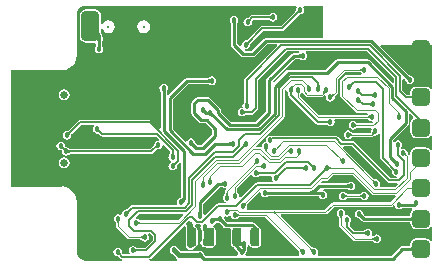
<source format=gbl>
G04*
G04 #@! TF.GenerationSoftware,Altium Limited,Altium Designer,18.1.7 (191)*
G04*
G04 Layer_Physical_Order=2*
G04 Layer_Color=6736896*
%FSLAX25Y25*%
%MOIN*%
G70*
G01*
G75*
%ADD13C,0.01000*%
%ADD16C,0.00500*%
%ADD18C,0.00600*%
%ADD75C,0.00400*%
%ADD76C,0.01500*%
%ADD77C,0.00700*%
%ADD78O,0.08268X0.03937*%
%ADD79O,0.06299X0.03937*%
%ADD80C,0.02559*%
%ADD81C,0.01000*%
%ADD82C,0.01800*%
G04:AMPARAMS|DCode=83|XSize=60mil|YSize=30mil|CornerRadius=7.5mil|HoleSize=0mil|Usage=FLASHONLY|Rotation=90.000|XOffset=0mil|YOffset=0mil|HoleType=Round|Shape=RoundedRectangle|*
%AMROUNDEDRECTD83*
21,1,0.06000,0.01500,0,0,90.0*
21,1,0.04500,0.03000,0,0,90.0*
1,1,0.01500,0.00750,0.02250*
1,1,0.01500,0.00750,-0.02250*
1,1,0.01500,-0.00750,-0.02250*
1,1,0.01500,-0.00750,0.02250*
%
%ADD83ROUNDEDRECTD83*%
G04:AMPARAMS|DCode=84|XSize=60mil|YSize=100mil|CornerRadius=15mil|HoleSize=0mil|Usage=FLASHONLY|Rotation=0.000|XOffset=0mil|YOffset=0mil|HoleType=Round|Shape=RoundedRectangle|*
%AMROUNDEDRECTD84*
21,1,0.06000,0.07000,0,0,0.0*
21,1,0.03000,0.10000,0,0,0.0*
1,1,0.03000,0.01500,-0.03500*
1,1,0.03000,-0.01500,-0.03500*
1,1,0.03000,-0.01500,0.03500*
1,1,0.03000,0.01500,0.03500*
%
%ADD84ROUNDEDRECTD84*%
G04:AMPARAMS|DCode=85|XSize=100mil|YSize=60mil|CornerRadius=15mil|HoleSize=0mil|Usage=FLASHONLY|Rotation=90.000|XOffset=0mil|YOffset=0mil|HoleType=Round|Shape=RoundedRectangle|*
%AMROUNDEDRECTD85*
21,1,0.10000,0.03000,0,0,90.0*
21,1,0.07000,0.06000,0,0,90.0*
1,1,0.03000,0.01500,0.03500*
1,1,0.03000,0.01500,-0.03500*
1,1,0.03000,-0.01500,-0.03500*
1,1,0.03000,-0.01500,0.03500*
%
%ADD85ROUNDEDRECTD85*%
G04:AMPARAMS|DCode=86|XSize=60mil|YSize=60mil|CornerRadius=15mil|HoleSize=0mil|Usage=FLASHONLY|Rotation=0.000|XOffset=0mil|YOffset=0mil|HoleType=Round|Shape=RoundedRectangle|*
%AMROUNDEDRECTD86*
21,1,0.06000,0.03000,0,0,0.0*
21,1,0.03000,0.06000,0,0,0.0*
1,1,0.03000,0.01500,-0.01500*
1,1,0.03000,-0.01500,-0.01500*
1,1,0.03000,-0.01500,0.01500*
1,1,0.03000,0.01500,0.01500*
%
%ADD86ROUNDEDRECTD86*%
%ADD87C,0.02000*%
G36*
X134491Y99600D02*
X134400Y99598D01*
X134313Y99590D01*
X134229Y99576D01*
X134148Y99555D01*
X134070Y99529D01*
X133995Y99496D01*
X133924Y99458D01*
X133856Y99413D01*
X133792Y99363D01*
X133730Y99306D01*
X133306Y99730D01*
X133363Y99792D01*
X133413Y99856D01*
X133458Y99924D01*
X133496Y99995D01*
X133529Y100070D01*
X133555Y100147D01*
X133575Y100229D01*
X133590Y100313D01*
X133598Y100400D01*
X133600Y100491D01*
X134491Y99600D01*
D02*
G37*
G36*
X113105Y96528D02*
X113083Y96491D01*
X113064Y96446D01*
X113047Y96393D01*
X113032Y96332D01*
X113021Y96264D01*
X113005Y96103D01*
X113001Y96011D01*
X113000Y95912D01*
X112000D01*
X111999Y96011D01*
X111979Y96264D01*
X111968Y96332D01*
X111953Y96393D01*
X111936Y96446D01*
X111917Y96491D01*
X111895Y96528D01*
X111870Y96557D01*
X113130D01*
X113105Y96528D01*
D02*
G37*
G36*
X142000Y91120D02*
X123000D01*
X122610Y91042D01*
X122279Y90821D01*
X118478Y87020D01*
X116239D01*
X116041Y87251D01*
X116168Y87457D01*
X116394Y87574D01*
X116400Y87573D01*
X116946Y87681D01*
X117409Y87991D01*
X117719Y88454D01*
X117815Y88938D01*
X117841Y88996D01*
X117843Y89068D01*
X117847Y89117D01*
X117855Y89160D01*
X117864Y89200D01*
X117876Y89235D01*
X117891Y89267D01*
X117907Y89298D01*
X117927Y89328D01*
X117950Y89357D01*
X117991Y89403D01*
X118012Y89459D01*
X122138Y93584D01*
X128400D01*
X128400Y93584D01*
X128712Y93646D01*
X128977Y93823D01*
X134041Y98888D01*
X134098Y98909D01*
X134143Y98950D01*
X134172Y98973D01*
X134202Y98993D01*
X134233Y99010D01*
X134265Y99024D01*
X134300Y99036D01*
X134340Y99045D01*
X134383Y99053D01*
X134432Y99057D01*
X134504Y99059D01*
X134562Y99085D01*
X135046Y99181D01*
X135509Y99491D01*
X135819Y99954D01*
X135927Y100500D01*
X135819Y101046D01*
X135529Y101480D01*
X135562Y101637D01*
X135704Y101980D01*
X142000D01*
Y91120D01*
D02*
G37*
G36*
X117594Y89770D02*
X117537Y89708D01*
X117487Y89644D01*
X117442Y89576D01*
X117404Y89505D01*
X117371Y89430D01*
X117345Y89353D01*
X117324Y89271D01*
X117310Y89187D01*
X117302Y89100D01*
X117300Y89009D01*
X116409Y89900D01*
X116500Y89902D01*
X116587Y89910D01*
X116672Y89925D01*
X116753Y89945D01*
X116830Y89971D01*
X116905Y90004D01*
X116976Y90042D01*
X117044Y90087D01*
X117108Y90137D01*
X117170Y90194D01*
X117594Y89770D01*
D02*
G37*
G36*
X133438Y101637D02*
X133471Y101480D01*
X133181Y101046D01*
X133085Y100562D01*
X133059Y100504D01*
X133057Y100432D01*
X133053Y100383D01*
X133045Y100340D01*
X133036Y100301D01*
X133024Y100265D01*
X133009Y100233D01*
X132993Y100202D01*
X132973Y100172D01*
X132950Y100143D01*
X132908Y100098D01*
X132888Y100041D01*
X128062Y95216D01*
X121800D01*
X121488Y95154D01*
X121223Y94977D01*
X121223Y94977D01*
X116859Y90612D01*
X116803Y90592D01*
X116757Y90550D01*
X116728Y90527D01*
X116698Y90507D01*
X116667Y90491D01*
X116635Y90476D01*
X116600Y90464D01*
X116560Y90455D01*
X116517Y90447D01*
X116468Y90443D01*
X116396Y90441D01*
X116338Y90415D01*
X115854Y90319D01*
X115391Y90009D01*
X115081Y89546D01*
X114973Y89000D01*
X114974Y88994D01*
X114572Y88452D01*
X114444Y88439D01*
X113520Y89364D01*
Y95854D01*
X113541Y95905D01*
X113542Y95996D01*
X113545Y96065D01*
X113558Y96192D01*
X113563Y96224D01*
X113569Y96248D01*
X113569Y96249D01*
X113571Y96251D01*
X113571Y96256D01*
X113580Y96276D01*
X113580Y96297D01*
X113819Y96654D01*
X113927Y97200D01*
X113819Y97746D01*
X113509Y98209D01*
X113046Y98519D01*
X112500Y98627D01*
X111954Y98519D01*
X111491Y98209D01*
X111181Y97746D01*
X111073Y97200D01*
X111181Y96654D01*
X111420Y96297D01*
X111420Y96276D01*
X111429Y96256D01*
X111429Y96251D01*
X111431Y96249D01*
X111431Y96248D01*
X111437Y96224D01*
X111442Y96197D01*
X111458Y95987D01*
X111459Y95905D01*
X111480Y95854D01*
Y88942D01*
X111558Y88552D01*
X111779Y88221D01*
X114721Y85279D01*
X115052Y85058D01*
X115442Y84980D01*
X118900D01*
X119290Y85058D01*
X119621Y85279D01*
X123422Y89080D01*
X126774D01*
X126965Y88618D01*
X116123Y77777D01*
X115946Y77512D01*
X115884Y77200D01*
X115884Y77200D01*
Y70164D01*
X115859Y70110D01*
X115857Y70048D01*
X115852Y70011D01*
X115845Y69977D01*
X115835Y69943D01*
X115822Y69910D01*
X115806Y69876D01*
X115785Y69842D01*
X115759Y69806D01*
X115728Y69768D01*
X115679Y69716D01*
X115655Y69656D01*
X115381Y69246D01*
X115273Y68700D01*
X115334Y68391D01*
X115141Y68009D01*
X114961Y67900D01*
X114554Y67819D01*
X114091Y67509D01*
X113781Y67046D01*
X113673Y66500D01*
X113781Y65954D01*
X114091Y65491D01*
X114554Y65181D01*
X115100Y65073D01*
X115646Y65181D01*
X116057Y65455D01*
X116116Y65478D01*
X116168Y65528D01*
X116206Y65559D01*
X116242Y65585D01*
X116277Y65606D01*
X116310Y65622D01*
X116343Y65635D01*
X116376Y65645D01*
X116411Y65652D01*
X116448Y65657D01*
X116510Y65659D01*
X116564Y65684D01*
X118400D01*
X118400Y65684D01*
X118712Y65746D01*
X118977Y65923D01*
X120277Y67223D01*
X120277Y67223D01*
X120454Y67488D01*
X120516Y67800D01*
X120516Y67800D01*
Y77162D01*
X130238Y86884D01*
X133941D01*
X134028Y86822D01*
X134196Y86542D01*
X134198Y86384D01*
X134100Y86320D01*
X132400D01*
X132010Y86242D01*
X131679Y86021D01*
X123479Y77821D01*
X123258Y77490D01*
X123180Y77100D01*
Y66738D01*
X119762Y63320D01*
X111422D01*
X108120Y66622D01*
Y67200D01*
X108042Y67590D01*
X107821Y67921D01*
X104521Y71221D01*
X104190Y71442D01*
X103800Y71520D01*
X100400D01*
X100010Y71442D01*
X99679Y71221D01*
X98579Y70121D01*
X98358Y69790D01*
X98280Y69400D01*
Y66100D01*
X98358Y65710D01*
X98579Y65379D01*
X100879Y63079D01*
X101210Y62858D01*
X101600Y62780D01*
X103078D01*
X105280Y60578D01*
Y59122D01*
X101878Y55720D01*
X100122D01*
X99772Y56069D01*
X99752Y56120D01*
X99688Y56186D01*
X99641Y56237D01*
X99561Y56335D01*
X99542Y56362D01*
X99529Y56383D01*
X99528Y56383D01*
X99528Y56386D01*
X99525Y56390D01*
X99517Y56410D01*
X99503Y56425D01*
X99419Y56846D01*
X99109Y57309D01*
X98646Y57619D01*
X98100Y57727D01*
X97554Y57619D01*
X97091Y57309D01*
X96781Y56846D01*
X96768Y56781D01*
X96226Y56616D01*
X92020Y60822D01*
Y70878D01*
X97122Y75980D01*
X103800D01*
X103850Y75959D01*
X103942Y75958D01*
X104011Y75955D01*
X104138Y75942D01*
X104170Y75937D01*
X104194Y75931D01*
X104194Y75931D01*
X104197Y75929D01*
X104201Y75929D01*
X104221Y75920D01*
X104242Y75920D01*
X104599Y75681D01*
X105146Y75573D01*
X105692Y75681D01*
X106155Y75991D01*
X106464Y76454D01*
X106573Y77000D01*
X106464Y77546D01*
X106155Y78009D01*
X105692Y78319D01*
X105146Y78427D01*
X104599Y78319D01*
X104242Y78080D01*
X104221Y78080D01*
X104201Y78071D01*
X104197Y78071D01*
X104194Y78069D01*
X104194Y78069D01*
X104170Y78063D01*
X104143Y78058D01*
X103933Y78042D01*
X103850Y78041D01*
X103800Y78020D01*
X96700D01*
X96310Y77942D01*
X95979Y77721D01*
X90520Y72262D01*
X90020Y72469D01*
Y73354D01*
X90041Y73405D01*
X90042Y73496D01*
X90045Y73566D01*
X90058Y73692D01*
X90063Y73724D01*
X90069Y73748D01*
X90069Y73749D01*
X90071Y73751D01*
X90071Y73756D01*
X90080Y73776D01*
X90080Y73797D01*
X90319Y74154D01*
X90427Y74700D01*
X90319Y75246D01*
X90009Y75709D01*
X89546Y76019D01*
X89000Y76127D01*
X88454Y76019D01*
X87991Y75709D01*
X87681Y75246D01*
X87573Y74700D01*
X87681Y74154D01*
X87920Y73797D01*
X87920Y73776D01*
X87929Y73756D01*
X87929Y73751D01*
X87931Y73749D01*
X87931Y73748D01*
X87937Y73724D01*
X87941Y73697D01*
X87958Y73487D01*
X87959Y73405D01*
X87980Y73354D01*
Y61186D01*
X87519Y60995D01*
X84873Y63641D01*
X84625Y63806D01*
X84332Y63865D01*
X61100D01*
X60807Y63806D01*
X60559Y63641D01*
X57310Y60391D01*
X57253Y60371D01*
X57215Y60336D01*
X57194Y60321D01*
X57170Y60306D01*
X57140Y60292D01*
X57105Y60278D01*
X57062Y60266D01*
X57012Y60255D01*
X56954Y60247D01*
X56888Y60243D01*
X56800Y60241D01*
X56742Y60216D01*
X56254Y60119D01*
X55791Y59809D01*
X55481Y59346D01*
X55373Y58800D01*
X55481Y58254D01*
X55791Y57791D01*
X56254Y57481D01*
X56800Y57373D01*
X57346Y57481D01*
X57809Y57791D01*
X58119Y58254D01*
X58216Y58742D01*
X58241Y58800D01*
X58243Y58888D01*
X58248Y58954D01*
X58255Y59012D01*
X58266Y59062D01*
X58278Y59105D01*
X58292Y59140D01*
X58306Y59170D01*
X58321Y59194D01*
X58336Y59215D01*
X58371Y59253D01*
X58391Y59310D01*
X61417Y62335D01*
X65778D01*
X65930Y61835D01*
X65891Y61809D01*
X65581Y61346D01*
X65473Y60800D01*
X65581Y60254D01*
X65891Y59791D01*
X66354Y59481D01*
X66842Y59384D01*
X66900Y59359D01*
X66988Y59357D01*
X67054Y59352D01*
X67112Y59345D01*
X67162Y59334D01*
X67205Y59322D01*
X67240Y59308D01*
X67269Y59294D01*
X67294Y59279D01*
X67315Y59264D01*
X67353Y59229D01*
X67410Y59209D01*
X68059Y58559D01*
X68307Y58394D01*
X68600Y58335D01*
X86601D01*
X87424Y57513D01*
X87361Y57265D01*
X87218Y57011D01*
X86754Y56919D01*
X86291Y56609D01*
X85981Y56146D01*
X85954Y56011D01*
X85899Y55937D01*
X85881Y55865D01*
X85836Y55733D01*
X85816Y55686D01*
X85792Y55636D01*
X85767Y55591D01*
X85740Y55549D01*
X85711Y55510D01*
X85681Y55474D01*
X85638Y55427D01*
X85616Y55370D01*
X84462Y54216D01*
X58064D01*
X58010Y54241D01*
X57948Y54243D01*
X57911Y54248D01*
X57876Y54255D01*
X57843Y54265D01*
X57810Y54278D01*
X57776Y54294D01*
X57742Y54315D01*
X57706Y54341D01*
X57668Y54372D01*
X57616Y54422D01*
X57556Y54445D01*
X57146Y54719D01*
X56662Y54815D01*
X56604Y54841D01*
X56532Y54843D01*
X56483Y54847D01*
X56440Y54855D01*
X56401Y54864D01*
X56365Y54876D01*
X56333Y54891D01*
X56302Y54907D01*
X56272Y54927D01*
X56247Y54947D01*
X56227Y54972D01*
X56207Y55002D01*
X56191Y55033D01*
X56176Y55065D01*
X56164Y55101D01*
X56155Y55140D01*
X56147Y55183D01*
X56143Y55232D01*
X56141Y55304D01*
X56115Y55362D01*
X56019Y55846D01*
X55709Y56309D01*
X55246Y56619D01*
X54700Y56727D01*
X54154Y56619D01*
X53691Y56309D01*
X53381Y55846D01*
X53273Y55300D01*
X53381Y54754D01*
X53691Y54291D01*
X54154Y53981D01*
X54638Y53885D01*
X54696Y53859D01*
X54768Y53857D01*
X54817Y53853D01*
X54860Y53845D01*
X54900Y53836D01*
X54935Y53824D01*
X54967Y53809D01*
X54998Y53793D01*
X55028Y53773D01*
X55053Y53753D01*
X55073Y53728D01*
X55093Y53698D01*
X55110Y53667D01*
X55124Y53635D01*
X55136Y53600D01*
X55145Y53560D01*
X55153Y53517D01*
X55157Y53468D01*
X55159Y53396D01*
X55185Y53338D01*
X55281Y52854D01*
X55591Y52391D01*
X56054Y52081D01*
X56600Y51973D01*
X57146Y52081D01*
X57556Y52355D01*
X57616Y52378D01*
X57668Y52428D01*
X57706Y52459D01*
X57742Y52485D01*
X57777Y52506D01*
X57810Y52522D01*
X57843Y52535D01*
X57876Y52545D01*
X57911Y52552D01*
X57948Y52557D01*
X58010Y52559D01*
X58064Y52584D01*
X84800D01*
X84800Y52584D01*
X85112Y52646D01*
X85377Y52823D01*
X86608Y54054D01*
X86621Y54056D01*
X86657Y54103D01*
X86657Y54103D01*
X86713Y54124D01*
X86757Y54165D01*
X86781Y54183D01*
X86801Y54195D01*
X86817Y54203D01*
X86832Y54208D01*
X86846Y54211D01*
X86863Y54212D01*
X86884Y54212D01*
X86912Y54209D01*
X86970Y54198D01*
X87074Y54217D01*
X87300Y54173D01*
X87846Y54281D01*
X88309Y54591D01*
X88619Y55054D01*
X88711Y55518D01*
X88965Y55661D01*
X89213Y55724D01*
X91235Y53701D01*
Y52986D01*
X91210Y52931D01*
X91207Y52880D01*
X91203Y52854D01*
X91196Y52826D01*
X91186Y52795D01*
X91170Y52761D01*
X91149Y52722D01*
X91121Y52679D01*
X91085Y52633D01*
X91042Y52582D01*
X90981Y52519D01*
X90958Y52460D01*
X90681Y52046D01*
X90573Y51500D01*
X90681Y50954D01*
X90991Y50491D01*
X91309Y50278D01*
X91329Y50216D01*
Y49784D01*
X91309Y49722D01*
X90991Y49509D01*
X90681Y49046D01*
X90573Y48500D01*
X90681Y47954D01*
X90991Y47491D01*
X91454Y47181D01*
X92000Y47073D01*
X92546Y47181D01*
X93009Y47491D01*
X93319Y47954D01*
X93416Y48442D01*
X93441Y48500D01*
X93443Y48588D01*
X93448Y48654D01*
X93455Y48712D01*
X93466Y48762D01*
X93478Y48805D01*
X93492Y48840D01*
X93506Y48869D01*
X93521Y48894D01*
X93536Y48915D01*
X93571Y48953D01*
X93591Y49010D01*
X94280Y49699D01*
X94325Y49698D01*
X94780Y49542D01*
Y38153D01*
X94729Y38102D01*
X94616Y37997D01*
X94528Y37924D01*
X94505Y37907D01*
X94492Y37899D01*
X94485Y37896D01*
X94483Y37893D01*
X94469Y37885D01*
X94446Y37857D01*
X94254Y37819D01*
X93791Y37509D01*
X93481Y37046D01*
X93373Y36500D01*
X93469Y36017D01*
X93402Y35806D01*
X93248Y35517D01*
X78450D01*
X78118Y35451D01*
X77837Y35263D01*
X76805Y34231D01*
X76750Y34210D01*
X76699Y34162D01*
X76662Y34132D01*
X76627Y34107D01*
X76594Y34087D01*
X76563Y34072D01*
X76534Y34061D01*
X76506Y34052D01*
X76477Y34046D01*
X76447Y34043D01*
X76392Y34041D01*
X76332Y34014D01*
X75854Y33919D01*
X75391Y33609D01*
X75081Y33146D01*
X74973Y32600D01*
X74995Y32487D01*
X74545Y32186D01*
X74346Y32319D01*
X73800Y32427D01*
X73254Y32319D01*
X72791Y32009D01*
X72481Y31546D01*
X72373Y31000D01*
X72481Y30454D01*
X72760Y30037D01*
X72783Y29979D01*
X72856Y29905D01*
X72911Y29843D01*
X72956Y29786D01*
X72992Y29735D01*
X73019Y29691D01*
X73037Y29654D01*
X73049Y29624D01*
X73055Y29603D01*
X73057Y29590D01*
X73060Y29550D01*
X73086Y29495D01*
Y28500D01*
X73141Y28227D01*
X73295Y27995D01*
X76995Y24295D01*
X77227Y24141D01*
X77500Y24086D01*
X81195D01*
X81250Y24060D01*
X81290Y24057D01*
X81304Y24055D01*
X81324Y24049D01*
X81353Y24037D01*
X81391Y24019D01*
X81435Y23992D01*
X81480Y23960D01*
X81610Y23851D01*
X81679Y23783D01*
X81737Y23760D01*
X82154Y23481D01*
X82700Y23373D01*
X83246Y23481D01*
X83709Y23791D01*
X84019Y24254D01*
X84127Y24800D01*
X84019Y25346D01*
X83865Y25576D01*
X84058Y26063D01*
X84207Y26093D01*
X84466Y26081D01*
X85484Y25062D01*
Y24038D01*
X82662Y21216D01*
X80264D01*
X80210Y21241D01*
X80148Y21243D01*
X80111Y21248D01*
X80076Y21255D01*
X80043Y21265D01*
X80010Y21278D01*
X79976Y21294D01*
X79942Y21315D01*
X79906Y21341D01*
X79868Y21372D01*
X79816Y21421D01*
X79756Y21445D01*
X79346Y21719D01*
X78800Y21827D01*
X78254Y21719D01*
X77791Y21409D01*
X77481Y20946D01*
X77373Y20400D01*
X77481Y19854D01*
X77640Y19616D01*
X77373Y19116D01*
X75596D01*
X75270Y19441D01*
X75250Y19498D01*
X75208Y19543D01*
X75185Y19572D01*
X75165Y19602D01*
X75149Y19633D01*
X75135Y19665D01*
X75123Y19701D01*
X75113Y19740D01*
X75106Y19783D01*
X75101Y19832D01*
X75099Y19904D01*
X75073Y19962D01*
X74977Y20446D01*
X74668Y20909D01*
X74204Y21219D01*
X73658Y21327D01*
X73112Y21219D01*
X72649Y20909D01*
X72339Y20446D01*
X72231Y19900D01*
X72339Y19354D01*
X72649Y18891D01*
X73112Y18581D01*
X73596Y18485D01*
X73655Y18459D01*
X73726Y18457D01*
X73775Y18453D01*
X73819Y18445D01*
X73858Y18436D01*
X73893Y18424D01*
X73926Y18409D01*
X73956Y18393D01*
X73986Y18373D01*
X74016Y18350D01*
X74061Y18308D01*
X74117Y18288D01*
X74682Y17723D01*
X74682Y17723D01*
X74946Y17546D01*
X75081Y17520D01*
X75032Y17020D01*
X63000D01*
X63000Y17020D01*
Y17025D01*
X62230Y17126D01*
X61512Y17423D01*
X60896Y17896D01*
X60423Y18512D01*
X60126Y19230D01*
X60024Y20000D01*
X60020D01*
Y36700D01*
X60043D01*
X59871Y38005D01*
X59368Y39222D01*
X58566Y40266D01*
X57522Y41067D01*
X56305Y41571D01*
X55000Y41743D01*
Y41720D01*
X38020D01*
Y80480D01*
X55000D01*
Y80457D01*
X56305Y80629D01*
X57522Y81133D01*
X58566Y81934D01*
X59368Y82978D01*
X59871Y84195D01*
X60043Y85500D01*
X60020D01*
Y99000D01*
X60024D01*
X60126Y99770D01*
X60423Y100488D01*
X60896Y101104D01*
X61512Y101577D01*
X62230Y101874D01*
X63000Y101976D01*
Y101980D01*
X133296D01*
X133438Y101637D01*
D02*
G37*
G36*
X134857Y84670D02*
X134828Y84695D01*
X134791Y84717D01*
X134746Y84736D01*
X134693Y84753D01*
X134632Y84768D01*
X134564Y84779D01*
X134403Y84795D01*
X134311Y84799D01*
X134212Y84800D01*
Y85800D01*
X134311Y85801D01*
X134564Y85821D01*
X134632Y85833D01*
X134693Y85847D01*
X134746Y85864D01*
X134791Y85883D01*
X134828Y85905D01*
X134857Y85930D01*
Y84670D01*
D02*
G37*
G36*
X165773Y77980D02*
Y76523D01*
X165311Y76331D01*
X157821Y83821D01*
X157490Y84042D01*
X157100Y84120D01*
X147000D01*
X146610Y84042D01*
X146279Y83821D01*
X143178Y80720D01*
X130672D01*
X130282Y80642D01*
X129952Y80421D01*
X125967Y76436D01*
X125436Y76613D01*
X125400Y76858D01*
X132822Y84280D01*
X134154D01*
X134205Y84259D01*
X134296Y84258D01*
X134365Y84255D01*
X134492Y84242D01*
X134524Y84237D01*
X134548Y84231D01*
X134549Y84231D01*
X134552Y84229D01*
X134556Y84229D01*
X134576Y84220D01*
X134597Y84220D01*
X134954Y83981D01*
X135500Y83873D01*
X136046Y83981D01*
X136509Y84291D01*
X136819Y84754D01*
X136927Y85300D01*
X136819Y85846D01*
X136509Y86309D01*
X136397Y86384D01*
X136549Y86884D01*
X156868D01*
X165773Y77980D01*
D02*
G37*
G36*
X155257Y79970D02*
X155174Y80052D01*
X155010Y80189D01*
X154931Y80245D01*
X154853Y80292D01*
X154776Y80331D01*
X154701Y80361D01*
X154627Y80383D01*
X154554Y80396D01*
X154482Y80400D01*
Y80800D01*
X154554Y80804D01*
X154627Y80817D01*
X154701Y80839D01*
X154776Y80869D01*
X154853Y80907D01*
X154931Y80955D01*
X155010Y81011D01*
X155091Y81075D01*
X155174Y81148D01*
X155257Y81230D01*
Y79970D01*
D02*
G37*
G36*
X170514Y78495D02*
X170706Y78330D01*
X170763Y78290D01*
X170816Y78257D01*
X170865Y78232D01*
X170911Y78214D01*
X170953Y78203D01*
X170991Y78200D01*
X170100Y77309D01*
X170097Y77347D01*
X170086Y77389D01*
X170068Y77435D01*
X170043Y77484D01*
X170010Y77537D01*
X169970Y77594D01*
X169867Y77718D01*
X169805Y77786D01*
X169736Y77857D01*
X170443Y78565D01*
X170514Y78495D01*
D02*
G37*
G36*
X104503Y76370D02*
X104474Y76395D01*
X104436Y76417D01*
X104391Y76436D01*
X104339Y76453D01*
X104278Y76468D01*
X104209Y76479D01*
X104049Y76495D01*
X103957Y76499D01*
X103857Y76500D01*
Y77500D01*
X103957Y77501D01*
X104209Y77521D01*
X104278Y77533D01*
X104339Y77547D01*
X104391Y77564D01*
X104436Y77583D01*
X104474Y77605D01*
X104503Y77630D01*
Y76370D01*
D02*
G37*
G36*
X178480Y74220D02*
X177980Y74068D01*
X177742Y74425D01*
X177080Y74867D01*
X176300Y75023D01*
X173300D01*
X172520Y74867D01*
X171858Y74425D01*
X171416Y73764D01*
X171261Y72983D01*
Y72299D01*
X170255D01*
X168616Y73938D01*
Y77288D01*
X169116Y77583D01*
X169348Y77480D01*
X169412Y77414D01*
X169459Y77363D01*
X169539Y77265D01*
X169558Y77238D01*
X169571Y77217D01*
X169571Y77217D01*
X169572Y77214D01*
X169575Y77210D01*
X169583Y77190D01*
X169597Y77175D01*
X169681Y76754D01*
X169991Y76291D01*
X170454Y75981D01*
X171000Y75873D01*
X171546Y75981D01*
X172009Y76291D01*
X172319Y76754D01*
X172427Y77300D01*
X172319Y77846D01*
X172009Y78309D01*
X171546Y78619D01*
X171125Y78703D01*
X171110Y78717D01*
X171090Y78725D01*
X171086Y78728D01*
X171083Y78728D01*
X171083Y78729D01*
X171062Y78742D01*
X171039Y78758D01*
X170879Y78895D01*
X170820Y78952D01*
X170770Y78972D01*
X161204Y88538D01*
X161395Y89000D01*
X178480D01*
Y74220D01*
D02*
G37*
G36*
X140953Y75581D02*
X140961Y75495D01*
X140975Y75414D01*
X140995Y75336D01*
X141020Y75262D01*
X141051Y75191D01*
X141087Y75123D01*
X141129Y75060D01*
X141177Y74999D01*
X141230Y74943D01*
X139970D01*
X140023Y74999D01*
X140071Y75060D01*
X140113Y75123D01*
X140149Y75191D01*
X140180Y75262D01*
X140205Y75336D01*
X140225Y75414D01*
X140239Y75495D01*
X140247Y75581D01*
X140250Y75669D01*
X140950D01*
X140953Y75581D01*
D02*
G37*
G36*
X152021Y75596D02*
X151964Y75535D01*
X151913Y75471D01*
X151869Y75403D01*
X151830Y75331D01*
X151798Y75257D01*
X151772Y75179D01*
X151751Y75098D01*
X151737Y75014D01*
X151729Y74927D01*
X151727Y74836D01*
X150836Y75727D01*
X150926Y75729D01*
X151014Y75737D01*
X151098Y75751D01*
X151179Y75772D01*
X151257Y75798D01*
X151331Y75830D01*
X151403Y75869D01*
X151470Y75913D01*
X151535Y75964D01*
X151596Y76021D01*
X152021Y75596D01*
D02*
G37*
G36*
X137141Y75545D02*
X137189Y75507D01*
X137312Y75422D01*
X137470Y75328D01*
X137772Y75169D01*
X137890Y75111D01*
X136711Y74732D01*
X136753Y74818D01*
X136785Y74901D01*
X136806Y74980D01*
X136817Y75057D01*
X136817Y75131D01*
X136807Y75202D01*
X136786Y75270D01*
X136755Y75335D01*
X136713Y75397D01*
X136660Y75457D01*
X137101Y75582D01*
X137141Y75545D01*
D02*
G37*
G36*
X132240Y75157D02*
X132187Y75098D01*
X132145Y75035D01*
X132114Y74970D01*
X132093Y74902D01*
X132083Y74831D01*
X132083Y74757D01*
X132094Y74680D01*
X132115Y74601D01*
X132147Y74518D01*
X132189Y74432D01*
X131010Y74811D01*
X131128Y74869D01*
X131654Y75165D01*
X131711Y75207D01*
X131799Y75282D01*
X132240Y75157D01*
D02*
G37*
G36*
X131600Y74530D02*
X131618Y74241D01*
X131624Y74215D01*
X131631Y74196D01*
X131638Y74183D01*
X131162D01*
X131169Y74196D01*
X131176Y74215D01*
X131182Y74241D01*
X131186Y74273D01*
X131194Y74357D01*
X131200Y74530D01*
X131200Y74600D01*
X131600D01*
X131600Y74530D01*
D02*
G37*
G36*
X89605Y74028D02*
X89583Y73991D01*
X89564Y73946D01*
X89547Y73893D01*
X89533Y73832D01*
X89521Y73764D01*
X89505Y73603D01*
X89501Y73511D01*
X89500Y73412D01*
X88500D01*
X88499Y73511D01*
X88479Y73764D01*
X88468Y73832D01*
X88453Y73893D01*
X88436Y73946D01*
X88417Y73991D01*
X88395Y74028D01*
X88370Y74057D01*
X89630D01*
X89605Y74028D01*
D02*
G37*
G36*
X143191Y72900D02*
X143074Y72899D01*
X142861Y72881D01*
X142766Y72864D01*
X142677Y72842D01*
X142595Y72815D01*
X142521Y72783D01*
X142453Y72746D01*
X142393Y72704D01*
X142339Y72656D01*
X142056Y72939D01*
X142104Y72993D01*
X142146Y73053D01*
X142183Y73121D01*
X142215Y73195D01*
X142242Y73277D01*
X142264Y73366D01*
X142281Y73462D01*
X142292Y73564D01*
X142299Y73674D01*
X142300Y73791D01*
X143191Y72900D01*
D02*
G37*
G36*
X131967Y73292D02*
X131911Y73224D01*
X131862Y73154D01*
X131819Y73083D01*
X131782Y73009D01*
X131753Y72934D01*
X131730Y72856D01*
X131713Y72776D01*
X131703Y72695D01*
X131700Y72611D01*
X131100D01*
X131097Y72695D01*
X131087Y72776D01*
X131070Y72856D01*
X131047Y72934D01*
X131017Y73009D01*
X130981Y73083D01*
X130938Y73154D01*
X130889Y73224D01*
X130833Y73292D01*
X130770Y73357D01*
X132030D01*
X131967Y73292D01*
D02*
G37*
G36*
X134448Y73274D02*
X134311Y73111D01*
X134255Y73031D01*
X134207Y72953D01*
X134169Y72876D01*
X134139Y72801D01*
X134117Y72727D01*
X134104Y72654D01*
X134100Y72583D01*
X133700D01*
X133696Y72654D01*
X133683Y72727D01*
X133661Y72801D01*
X133631Y72876D01*
X133592Y72953D01*
X133545Y73031D01*
X133489Y73111D01*
X133425Y73191D01*
X133352Y73274D01*
X133270Y73357D01*
X134530D01*
X134448Y73274D01*
D02*
G37*
G36*
X154802Y73500D02*
X154810Y73413D01*
X154824Y73329D01*
X154845Y73247D01*
X154871Y73170D01*
X154904Y73095D01*
X154942Y73024D01*
X154987Y72956D01*
X155037Y72892D01*
X155094Y72830D01*
X154670Y72406D01*
X154608Y72463D01*
X154544Y72513D01*
X154476Y72558D01*
X154405Y72596D01*
X154330Y72629D01*
X154253Y72655D01*
X154172Y72676D01*
X154087Y72690D01*
X154000Y72698D01*
X153909Y72700D01*
X154800Y73591D01*
X154802Y73500D01*
D02*
G37*
G36*
X158760Y71572D02*
X158694Y71635D01*
X158626Y71691D01*
X158557Y71741D01*
X158485Y71784D01*
X158411Y71820D01*
X158336Y71850D01*
X158258Y71873D01*
X158179Y71889D01*
X158097Y71899D01*
X158014Y71902D01*
Y72502D01*
X158097Y72506D01*
X158179Y72515D01*
X158258Y72532D01*
X158336Y72555D01*
X158411Y72585D01*
X158485Y72621D01*
X158557Y72664D01*
X158626Y72714D01*
X158694Y72770D01*
X158760Y72832D01*
Y71572D01*
D02*
G37*
G36*
X145744Y72261D02*
X145696Y72207D01*
X145654Y72147D01*
X145617Y72079D01*
X145585Y72005D01*
X145558Y71923D01*
X145536Y71834D01*
X145519Y71738D01*
X145508Y71636D01*
X145501Y71526D01*
X145500Y71409D01*
X144609Y72300D01*
X144726Y72301D01*
X144939Y72319D01*
X145034Y72336D01*
X145123Y72358D01*
X145205Y72385D01*
X145279Y72417D01*
X145347Y72454D01*
X145407Y72496D01*
X145461Y72544D01*
X145744Y72261D01*
D02*
G37*
G36*
X171811Y70883D02*
X171809Y70940D01*
X171802Y70991D01*
X171791Y71036D01*
X171776Y71075D01*
X171756Y71108D01*
X171731Y71135D01*
X171702Y71156D01*
X171669Y71171D01*
X171631Y71180D01*
X171589Y71183D01*
Y71783D01*
X171631Y71786D01*
X171669Y71795D01*
X171702Y71810D01*
X171731Y71831D01*
X171756Y71858D01*
X171776Y71891D01*
X171791Y71930D01*
X171802Y71975D01*
X171809Y72026D01*
X171811Y72083D01*
Y70883D01*
D02*
G37*
G36*
X154450Y79860D02*
X154490Y79857D01*
X154504Y79855D01*
X154524Y79849D01*
X154553Y79837D01*
X154591Y79819D01*
X154635Y79792D01*
X154680Y79760D01*
X154810Y79651D01*
X154879Y79583D01*
X154937Y79560D01*
X155006Y79514D01*
X154854Y79014D01*
X150000D01*
X149727Y78959D01*
X149495Y78805D01*
X147995Y77305D01*
X147841Y77073D01*
X147786Y76800D01*
Y72000D01*
X147841Y71727D01*
X147995Y71495D01*
X152895Y66595D01*
X153127Y66441D01*
X153400Y66386D01*
X156677D01*
X156950Y66161D01*
X156967Y66126D01*
X156999Y65886D01*
X156809Y65714D01*
X140796D01*
X134614Y71896D01*
Y72496D01*
X134640Y72550D01*
X134643Y72590D01*
X134645Y72603D01*
X134651Y72624D01*
X134663Y72654D01*
X134681Y72691D01*
X134708Y72735D01*
X134740Y72780D01*
X134827Y72821D01*
X135199Y72857D01*
X135274Y72846D01*
X135385Y72805D01*
X135386Y72804D01*
X136395Y71795D01*
X136627Y71641D01*
X136900Y71586D01*
X141700D01*
X141973Y71641D01*
X142205Y71795D01*
X142532Y72123D01*
X142883Y72141D01*
X143242Y71747D01*
X143173Y71400D01*
X143281Y70854D01*
X143591Y70391D01*
X144054Y70081D01*
X144600Y69973D01*
X145146Y70081D01*
X145609Y70391D01*
X145919Y70854D01*
X146017Y71345D01*
X146041Y71403D01*
X146042Y71507D01*
X146047Y71589D01*
X146055Y71662D01*
X146066Y71723D01*
X146078Y71773D01*
X146091Y71813D01*
X146104Y71842D01*
X146114Y71861D01*
X146122Y71872D01*
X146149Y71902D01*
X146168Y71959D01*
X147005Y72795D01*
X147159Y73027D01*
X147214Y73300D01*
Y77504D01*
X149596Y79886D01*
X154395D01*
X154450Y79860D01*
D02*
G37*
G36*
X154702Y70600D02*
X154710Y70513D01*
X154725Y70429D01*
X154745Y70347D01*
X154771Y70270D01*
X154804Y70195D01*
X154842Y70124D01*
X154887Y70056D01*
X154937Y69992D01*
X154994Y69930D01*
X154570Y69506D01*
X154508Y69563D01*
X154444Y69613D01*
X154376Y69658D01*
X154305Y69696D01*
X154230Y69729D01*
X154153Y69755D01*
X154071Y69775D01*
X153987Y69790D01*
X153900Y69798D01*
X153809Y69800D01*
X154700Y70691D01*
X154702Y70600D01*
D02*
G37*
G36*
X117003Y70005D02*
X117013Y69924D01*
X117030Y69844D01*
X117053Y69766D01*
X117083Y69691D01*
X117119Y69617D01*
X117162Y69546D01*
X117211Y69476D01*
X117267Y69408D01*
X117330Y69343D01*
X116070D01*
X116133Y69408D01*
X116189Y69476D01*
X116238Y69546D01*
X116281Y69617D01*
X116317Y69691D01*
X116347Y69766D01*
X116370Y69844D01*
X116387Y69924D01*
X116397Y70005D01*
X116400Y70088D01*
X117000D01*
X117003Y70005D01*
D02*
G37*
G36*
X158257Y68470D02*
X158192Y68533D01*
X158124Y68589D01*
X158054Y68638D01*
X157983Y68681D01*
X157909Y68717D01*
X157834Y68747D01*
X157756Y68770D01*
X157676Y68787D01*
X157595Y68797D01*
X157511Y68800D01*
Y69400D01*
X157595Y69403D01*
X157676Y69413D01*
X157756Y69430D01*
X157834Y69453D01*
X157909Y69482D01*
X157983Y69519D01*
X158054Y69562D01*
X158124Y69611D01*
X158192Y69667D01*
X158257Y69730D01*
Y68470D01*
D02*
G37*
G36*
X115808Y67067D02*
X115876Y67011D01*
X115946Y66962D01*
X116017Y66919D01*
X116091Y66882D01*
X116166Y66853D01*
X116244Y66830D01*
X116324Y66813D01*
X116405Y66803D01*
X116489Y66800D01*
Y66200D01*
X116405Y66197D01*
X116324Y66187D01*
X116244Y66170D01*
X116166Y66147D01*
X116091Y66118D01*
X116017Y66081D01*
X115946Y66038D01*
X115876Y65989D01*
X115808Y65933D01*
X115743Y65870D01*
Y67130D01*
X115808Y67067D01*
D02*
G37*
G36*
X167600Y66058D02*
X167608Y65931D01*
X167612Y65911D01*
X167616Y65894D01*
X167621Y65881D01*
X167627Y65873D01*
X167633Y65869D01*
X167167D01*
X167173Y65873D01*
X167179Y65881D01*
X167184Y65894D01*
X167188Y65911D01*
X167192Y65931D01*
X167195Y65957D01*
X167199Y66020D01*
X167200Y66100D01*
X167600D01*
X167600Y66058D01*
D02*
G37*
G36*
X103001Y67121D02*
X103011Y67087D01*
X103028Y67048D01*
X103054Y67004D01*
X103086Y66956D01*
X103127Y66903D01*
X103230Y66782D01*
X103312Y66698D01*
Y66700D01*
X103411Y66701D01*
X103664Y66721D01*
X103732Y66733D01*
X103793Y66747D01*
X103846Y66764D01*
X103891Y66783D01*
X103928Y66805D01*
X103957Y66830D01*
Y65570D01*
X103928Y65595D01*
X103891Y65617D01*
X103846Y65636D01*
X103793Y65653D01*
X103732Y65667D01*
X103664Y65679D01*
X103503Y65695D01*
X103411Y65699D01*
X103312Y65700D01*
Y66590D01*
X102657Y65935D01*
X102585Y66006D01*
X102344Y66214D01*
X102296Y66246D01*
X102252Y66272D01*
X102213Y66289D01*
X102179Y66299D01*
X102150Y66301D01*
X102999Y67150D01*
X103001Y67121D01*
D02*
G37*
G36*
X105503Y66153D02*
X105514Y66111D01*
X105532Y66065D01*
X105557Y66016D01*
X105590Y65963D01*
X105630Y65906D01*
X105733Y65782D01*
X105795Y65714D01*
X105865Y65643D01*
X105157Y64935D01*
X105086Y65005D01*
X104894Y65170D01*
X104837Y65210D01*
X104784Y65243D01*
X104735Y65268D01*
X104689Y65286D01*
X104647Y65297D01*
X104609Y65300D01*
X105500Y66191D01*
X105503Y66153D01*
D02*
G37*
G36*
X157757Y64370D02*
X157674Y64452D01*
X157510Y64589D01*
X157431Y64645D01*
X157353Y64692D01*
X157276Y64731D01*
X157201Y64761D01*
X157126Y64783D01*
X157054Y64796D01*
X156983Y64800D01*
Y65200D01*
X157054Y65204D01*
X157126Y65217D01*
X157201Y65239D01*
X157276Y65269D01*
X157353Y65307D01*
X157431Y65355D01*
X157510Y65411D01*
X157591Y65475D01*
X157674Y65548D01*
X157757Y65630D01*
Y64370D01*
D02*
G37*
G36*
X174443Y64485D02*
X174483Y64458D01*
X174527Y64434D01*
X174577Y64413D01*
X174632Y64395D01*
X174692Y64381D01*
X174757Y64370D01*
X174826Y64362D01*
X174981Y64355D01*
X173287Y64354D01*
X173368Y64355D01*
X173494Y64368D01*
X173539Y64380D01*
X173573Y64394D01*
X173594Y64412D01*
X173603Y64433D01*
X173601Y64458D01*
X173586Y64485D01*
X173560Y64516D01*
X174408D01*
X174443Y64485D01*
D02*
G37*
G36*
X129829Y73788D02*
X130045Y73635D01*
X130081Y73454D01*
X130355Y73044D01*
X130378Y72984D01*
X130428Y72932D01*
X130459Y72894D01*
X130485Y72858D01*
X130506Y72823D01*
X130522Y72790D01*
X130535Y72757D01*
X130545Y72724D01*
X130552Y72689D01*
X130557Y72652D01*
X130559Y72590D01*
X130584Y72536D01*
Y72300D01*
X130584Y72300D01*
X130646Y71988D01*
X130823Y71723D01*
X139923Y62623D01*
X139923Y62623D01*
X140188Y62446D01*
X140500Y62384D01*
X143136D01*
X143190Y62359D01*
X143252Y62357D01*
X143289Y62352D01*
X143324Y62345D01*
X143357Y62335D01*
X143390Y62322D01*
X143423Y62306D01*
X143458Y62285D01*
X143494Y62259D01*
X143532Y62228D01*
X143584Y62178D01*
X143643Y62155D01*
X144054Y61881D01*
X144600Y61773D01*
X145146Y61881D01*
X145609Y62191D01*
X145919Y62654D01*
X146027Y63200D01*
X145919Y63746D01*
X145892Y63786D01*
X146159Y64286D01*
X156895D01*
X156950Y64260D01*
X156990Y64257D01*
X157003Y64255D01*
X157024Y64249D01*
X157053Y64237D01*
X157091Y64219D01*
X157135Y64192D01*
X157180Y64160D01*
X157310Y64051D01*
X157379Y63983D01*
X157437Y63960D01*
X157854Y63681D01*
X158400Y63573D01*
X158595Y63611D01*
X158841Y63151D01*
X158504Y62814D01*
X153705D01*
X153650Y62840D01*
X153610Y62843D01*
X153596Y62845D01*
X153576Y62851D01*
X153547Y62863D01*
X153509Y62881D01*
X153465Y62908D01*
X153420Y62940D01*
X153290Y63049D01*
X153221Y63117D01*
X153163Y63140D01*
X152746Y63419D01*
X152200Y63527D01*
X151654Y63419D01*
X151191Y63109D01*
X150881Y62646D01*
X150773Y62100D01*
X150881Y61554D01*
X151191Y61091D01*
X151654Y60781D01*
X152200Y60673D01*
X152746Y60781D01*
X153163Y61060D01*
X153221Y61083D01*
X153295Y61156D01*
X153357Y61211D01*
X153414Y61256D01*
X153465Y61292D01*
X153509Y61319D01*
X153546Y61337D01*
X153576Y61349D01*
X153596Y61355D01*
X153610Y61357D01*
X153650Y61360D01*
X153705Y61386D01*
X158074D01*
X158342Y60886D01*
X158181Y60646D01*
X158083Y60155D01*
X158059Y60097D01*
X158058Y59993D01*
X158053Y59911D01*
X158045Y59838D01*
X158034Y59777D01*
X158022Y59727D01*
X158017Y59714D01*
X152005D01*
X151950Y59740D01*
X151910Y59743D01*
X151897Y59745D01*
X151876Y59751D01*
X151847Y59763D01*
X151809Y59781D01*
X151765Y59808D01*
X151720Y59840D01*
X151590Y59949D01*
X151521Y60017D01*
X151463Y60040D01*
X151046Y60319D01*
X150500Y60427D01*
X149954Y60319D01*
X149491Y60009D01*
X149181Y59546D01*
X149073Y59000D01*
X149181Y58454D01*
X149491Y57991D01*
X149954Y57681D01*
X150500Y57573D01*
X151046Y57681D01*
X151463Y57960D01*
X151521Y57983D01*
X151595Y58056D01*
X151657Y58111D01*
X151714Y58156D01*
X151765Y58192D01*
X151809Y58219D01*
X151846Y58237D01*
X151876Y58249D01*
X151897Y58255D01*
X151910Y58257D01*
X151950Y58260D01*
X152005Y58286D01*
X158400D01*
X158673Y58341D01*
X158905Y58495D01*
X158941Y58531D01*
X158998Y58551D01*
X159028Y58578D01*
X159039Y58586D01*
X159058Y58596D01*
X159087Y58609D01*
X159127Y58622D01*
X159177Y58634D01*
X159231Y58643D01*
X159400Y58658D01*
X159497Y58659D01*
X159555Y58684D01*
X160046Y58781D01*
X160509Y59091D01*
X160519Y59105D01*
X161196Y59218D01*
X161284Y59150D01*
Y51100D01*
X161284Y51100D01*
X161346Y50788D01*
X161523Y50523D01*
X164976Y47071D01*
X164997Y47014D01*
X165039Y46969D01*
X165062Y46940D01*
X165081Y46910D01*
X165098Y46879D01*
X165112Y46847D01*
X165124Y46811D01*
X165134Y46772D01*
X165141Y46729D01*
X165146Y46680D01*
X165147Y46608D01*
X165173Y46549D01*
X165269Y46066D01*
X165579Y45602D01*
X166042Y45293D01*
X166588Y45184D01*
X166592Y45185D01*
X166905Y44738D01*
X166831Y44616D01*
X164638D01*
X152677Y56577D01*
X152412Y56754D01*
X152100Y56816D01*
X152100Y56816D01*
X148638D01*
X147077Y58377D01*
X146812Y58554D01*
X146500Y58616D01*
X146500Y58616D01*
X125100D01*
X125100Y58616D01*
X124788Y58554D01*
X124669Y58474D01*
X124400Y58527D01*
X123854Y58419D01*
X123391Y58109D01*
X123081Y57646D01*
X122973Y57100D01*
X123081Y56554D01*
X123068Y56521D01*
X122554Y56419D01*
X122091Y56109D01*
X121781Y55646D01*
X121701Y55242D01*
X121522Y55034D01*
X121204Y54893D01*
X121100Y54914D01*
X119976D01*
X119785Y55376D01*
X129105Y64695D01*
X129259Y64927D01*
X129314Y65200D01*
Y73664D01*
X129509Y73854D01*
X129829Y73788D01*
D02*
G37*
G36*
X143957Y62570D02*
X143892Y62633D01*
X143824Y62689D01*
X143754Y62738D01*
X143683Y62781D01*
X143609Y62818D01*
X143534Y62847D01*
X143456Y62870D01*
X143376Y62887D01*
X143295Y62897D01*
X143211Y62900D01*
Y63500D01*
X143295Y63503D01*
X143376Y63513D01*
X143456Y63530D01*
X143534Y63553D01*
X143609Y63582D01*
X143683Y63619D01*
X143754Y63662D01*
X143824Y63711D01*
X143892Y63767D01*
X143957Y63830D01*
Y62570D01*
D02*
G37*
G36*
X152926Y62648D02*
X153089Y62511D01*
X153169Y62455D01*
X153247Y62407D01*
X153324Y62369D01*
X153399Y62339D01*
X153473Y62317D01*
X153546Y62304D01*
X153618Y62300D01*
Y61900D01*
X153546Y61896D01*
X153473Y61883D01*
X153399Y61861D01*
X153324Y61831D01*
X153247Y61792D01*
X153169Y61745D01*
X153089Y61689D01*
X153009Y61625D01*
X152926Y61552D01*
X152843Y61470D01*
Y62730D01*
X152926Y62648D01*
D02*
G37*
G36*
X67802Y60687D02*
X67809Y60588D01*
X67822Y60495D01*
X67841Y60406D01*
X67865Y60323D01*
X67895Y60245D01*
X67930Y60172D01*
X67971Y60104D01*
X68018Y60041D01*
X68070Y59984D01*
X67716Y59630D01*
X67659Y59682D01*
X67596Y59729D01*
X67528Y59770D01*
X67455Y59805D01*
X67377Y59835D01*
X67294Y59859D01*
X67205Y59878D01*
X67112Y59891D01*
X67013Y59898D01*
X66909Y59900D01*
X67800Y60791D01*
X67802Y60687D01*
D02*
G37*
G36*
X159491Y59200D02*
X159374Y59199D01*
X159161Y59181D01*
X159066Y59164D01*
X158977Y59142D01*
X158895Y59115D01*
X158821Y59083D01*
X158753Y59046D01*
X158693Y59004D01*
X158639Y58956D01*
X158356Y59239D01*
X158404Y59293D01*
X158446Y59353D01*
X158483Y59421D01*
X158515Y59495D01*
X158542Y59577D01*
X158564Y59666D01*
X158581Y59762D01*
X158592Y59864D01*
X158599Y59974D01*
X158600Y60091D01*
X159491Y59200D01*
D02*
G37*
G36*
X57970Y59616D02*
X57918Y59559D01*
X57871Y59496D01*
X57830Y59428D01*
X57795Y59355D01*
X57765Y59277D01*
X57741Y59194D01*
X57722Y59105D01*
X57709Y59012D01*
X57702Y58913D01*
X57700Y58809D01*
X56809Y59700D01*
X56913Y59702D01*
X57012Y59709D01*
X57105Y59722D01*
X57194Y59741D01*
X57277Y59765D01*
X57355Y59795D01*
X57428Y59830D01*
X57496Y59871D01*
X57559Y59918D01*
X57616Y59970D01*
X57970Y59616D01*
D02*
G37*
G36*
X151226Y59548D02*
X151390Y59411D01*
X151469Y59355D01*
X151547Y59307D01*
X151624Y59269D01*
X151699Y59239D01*
X151774Y59217D01*
X151846Y59204D01*
X151918Y59200D01*
Y58800D01*
X151846Y58796D01*
X151774Y58783D01*
X151699Y58761D01*
X151624Y58731D01*
X151547Y58693D01*
X151469Y58645D01*
X151390Y58589D01*
X151309Y58525D01*
X151226Y58452D01*
X151143Y58370D01*
Y59630D01*
X151226Y59548D01*
D02*
G37*
G36*
X111357Y55370D02*
X111328Y55395D01*
X111291Y55417D01*
X111246Y55436D01*
X111193Y55453D01*
X111132Y55467D01*
X111064Y55479D01*
X110903Y55495D01*
X110811Y55499D01*
X110712Y55500D01*
Y56500D01*
X110811Y56501D01*
X111064Y56521D01*
X111132Y56533D01*
X111193Y56547D01*
X111246Y56564D01*
X111291Y56583D01*
X111328Y56605D01*
X111357Y56630D01*
Y55370D01*
D02*
G37*
G36*
X99003Y56253D02*
X99014Y56211D01*
X99032Y56165D01*
X99057Y56116D01*
X99090Y56063D01*
X99130Y56006D01*
X99233Y55882D01*
X99295Y55814D01*
X99365Y55743D01*
X98657Y55036D01*
X98586Y55105D01*
X98394Y55270D01*
X98337Y55310D01*
X98284Y55343D01*
X98235Y55368D01*
X98189Y55386D01*
X98147Y55397D01*
X98109Y55400D01*
X99000Y56291D01*
X99003Y56253D01*
D02*
G37*
G36*
X116491Y55100D02*
X116400Y55098D01*
X116313Y55090D01*
X116228Y55076D01*
X116147Y55055D01*
X116070Y55029D01*
X115995Y54996D01*
X115924Y54958D01*
X115856Y54913D01*
X115792Y54863D01*
X115730Y54806D01*
X115306Y55230D01*
X115363Y55292D01*
X115413Y55356D01*
X115458Y55424D01*
X115496Y55495D01*
X115529Y55570D01*
X115555Y55647D01*
X115576Y55729D01*
X115590Y55813D01*
X115598Y55900D01*
X115600Y55991D01*
X116491Y55100D01*
D02*
G37*
G36*
X87079Y54728D02*
X86996Y54745D01*
X86915Y54753D01*
X86836Y54754D01*
X86760Y54746D01*
X86686Y54730D01*
X86614Y54705D01*
X86544Y54672D01*
X86476Y54631D01*
X86410Y54581D01*
X86347Y54523D01*
X86033Y55057D01*
X86088Y55115D01*
X86139Y55177D01*
X86187Y55243D01*
X86231Y55312D01*
X86272Y55385D01*
X86309Y55462D01*
X86343Y55542D01*
X86400Y55712D01*
X86423Y55803D01*
X87079Y54728D01*
D02*
G37*
G36*
X167667Y54992D02*
X167611Y54924D01*
X167562Y54854D01*
X167519Y54783D01*
X167482Y54709D01*
X167453Y54633D01*
X167430Y54556D01*
X167413Y54476D01*
X167403Y54395D01*
X167400Y54312D01*
X166800D01*
X166797Y54395D01*
X166787Y54476D01*
X166770Y54556D01*
X166747Y54633D01*
X166718Y54709D01*
X166681Y54783D01*
X166638Y54854D01*
X166589Y54924D01*
X166533Y54992D01*
X166470Y55057D01*
X167730D01*
X167667Y54992D01*
D02*
G37*
G36*
X172205Y65142D02*
X172142Y64498D01*
X171858Y64309D01*
X171416Y63647D01*
X171261Y62867D01*
Y59867D01*
X171416Y59086D01*
X171858Y58425D01*
X172520Y57983D01*
X173300Y57828D01*
X176300D01*
X177080Y57983D01*
X177742Y58425D01*
X177980Y58782D01*
X178480Y58630D01*
Y53987D01*
X177980Y53835D01*
X177742Y54192D01*
X177080Y54634D01*
X176300Y54789D01*
X173300D01*
X172520Y54634D01*
X171858Y54192D01*
X171416Y53530D01*
X171261Y52750D01*
Y52115D01*
X170761Y52066D01*
X170759Y52073D01*
X170605Y52305D01*
X170468Y52441D01*
X170449Y52498D01*
X170422Y52528D01*
X170414Y52539D01*
X170404Y52558D01*
X170391Y52587D01*
X170378Y52627D01*
X170366Y52677D01*
X170357Y52731D01*
X170342Y52900D01*
X170341Y52997D01*
X170317Y53055D01*
X170219Y53546D01*
X169909Y54009D01*
X169446Y54319D01*
X168900Y54427D01*
X168486Y54345D01*
X168280Y54536D01*
X168174Y54685D01*
X168145Y54743D01*
X168419Y55154D01*
X168527Y55700D01*
X168419Y56246D01*
X168109Y56709D01*
X167646Y57019D01*
X167100Y57127D01*
X166554Y57019D01*
X166091Y56709D01*
X165920Y56453D01*
X165420Y56605D01*
Y57278D01*
X170421Y62279D01*
X170642Y62610D01*
X170720Y63000D01*
Y65974D01*
X171181Y66165D01*
X172205Y65142D01*
D02*
G37*
G36*
X123648Y54374D02*
X123511Y54211D01*
X123455Y54131D01*
X123407Y54053D01*
X123369Y53976D01*
X123339Y53901D01*
X123317Y53826D01*
X123304Y53754D01*
X123300Y53683D01*
X122900D01*
X122896Y53754D01*
X122883Y53826D01*
X122861Y53901D01*
X122831Y53976D01*
X122792Y54053D01*
X122745Y54131D01*
X122689Y54211D01*
X122625Y54291D01*
X122552Y54374D01*
X122470Y54457D01*
X123730D01*
X123648Y54374D01*
D02*
G37*
G36*
X126844Y54361D02*
X126796Y54307D01*
X126754Y54247D01*
X126717Y54179D01*
X126685Y54105D01*
X126658Y54023D01*
X126636Y53934D01*
X126619Y53838D01*
X126608Y53736D01*
X126601Y53626D01*
X126600Y53509D01*
X125709Y54400D01*
X125826Y54401D01*
X126039Y54419D01*
X126134Y54436D01*
X126223Y54458D01*
X126305Y54485D01*
X126379Y54517D01*
X126447Y54554D01*
X126507Y54596D01*
X126561Y54644D01*
X126844Y54361D01*
D02*
G37*
G36*
X55602Y55200D02*
X55610Y55113D01*
X55625Y55028D01*
X55645Y54948D01*
X55671Y54870D01*
X55704Y54795D01*
X55742Y54724D01*
X55787Y54656D01*
X55837Y54592D01*
X55863Y54563D01*
X55892Y54537D01*
X55956Y54487D01*
X56024Y54442D01*
X56095Y54404D01*
X56170Y54371D01*
X56248Y54345D01*
X56328Y54325D01*
X56413Y54310D01*
X56500Y54302D01*
X56591Y54300D01*
X55700Y53409D01*
X55698Y53500D01*
X55690Y53587D01*
X55676Y53671D01*
X55655Y53752D01*
X55629Y53830D01*
X55596Y53905D01*
X55558Y53976D01*
X55513Y54044D01*
X55463Y54108D01*
X55437Y54137D01*
X55408Y54163D01*
X55344Y54213D01*
X55276Y54258D01*
X55205Y54296D01*
X55130Y54329D01*
X55053Y54355D01*
X54971Y54375D01*
X54887Y54390D01*
X54800Y54398D01*
X54709Y54400D01*
X55600Y55291D01*
X55602Y55200D01*
D02*
G37*
G36*
X130904Y52870D02*
X130821Y52952D01*
X130658Y53089D01*
X130578Y53145D01*
X130500Y53193D01*
X130423Y53231D01*
X130348Y53261D01*
X130274Y53283D01*
X130201Y53296D01*
X130130Y53300D01*
Y53700D01*
X130201Y53704D01*
X130274Y53717D01*
X130348Y53739D01*
X130423Y53769D01*
X130500Y53807D01*
X130578Y53855D01*
X130658Y53911D01*
X130739Y53975D01*
X130821Y54048D01*
X130904Y54130D01*
Y52870D01*
D02*
G37*
G36*
X57308Y53967D02*
X57376Y53911D01*
X57446Y53862D01*
X57517Y53819D01*
X57591Y53782D01*
X57666Y53753D01*
X57744Y53730D01*
X57824Y53713D01*
X57905Y53703D01*
X57989Y53700D01*
Y53100D01*
X57905Y53097D01*
X57824Y53087D01*
X57744Y53070D01*
X57666Y53047D01*
X57591Y53017D01*
X57517Y52981D01*
X57446Y52938D01*
X57376Y52889D01*
X57308Y52833D01*
X57243Y52770D01*
Y54030D01*
X57308Y53967D01*
D02*
G37*
G36*
X92254Y52827D02*
X92265Y52750D01*
X92284Y52672D01*
X92311Y52596D01*
X92345Y52519D01*
X92387Y52443D01*
X92436Y52368D01*
X92493Y52292D01*
X92558Y52217D01*
X92630Y52143D01*
X91370D01*
X91442Y52217D01*
X91507Y52292D01*
X91564Y52368D01*
X91613Y52443D01*
X91655Y52519D01*
X91689Y52596D01*
X91716Y52672D01*
X91735Y52750D01*
X91746Y52827D01*
X91750Y52905D01*
X92250D01*
X92254Y52827D01*
D02*
G37*
G36*
X134088Y52851D02*
X134082Y52876D01*
X134077Y52892D01*
X134070Y52905D01*
X134063Y52916D01*
X134537D01*
X134530Y52905D01*
X134523Y52892D01*
X134518Y52876D01*
X134513Y52859D01*
X134509Y52838D01*
X134503Y52790D01*
X134503Y52785D01*
X134783Y52741D01*
X134696Y52684D01*
X134359Y52437D01*
X134278Y52370D01*
X133965Y52082D01*
X133595Y52278D01*
X133649Y52338D01*
X133691Y52400D01*
X133722Y52462D01*
X133740Y52526D01*
X133747Y52590D01*
X133743Y52655D01*
X133726Y52722D01*
X133698Y52789D01*
X133658Y52858D01*
X133606Y52927D01*
X134088Y52851D01*
D02*
G37*
G36*
X169801Y52874D02*
X169819Y52662D01*
X169836Y52566D01*
X169858Y52477D01*
X169885Y52395D01*
X169917Y52321D01*
X169954Y52253D01*
X169996Y52193D01*
X170044Y52139D01*
X169761Y51856D01*
X169707Y51904D01*
X169647Y51946D01*
X169579Y51983D01*
X169505Y52015D01*
X169423Y52042D01*
X169334Y52064D01*
X169239Y52081D01*
X169136Y52092D01*
X169026Y52099D01*
X168909Y52100D01*
X169800Y52991D01*
X169801Y52874D01*
D02*
G37*
G36*
X147893Y51196D02*
X147953Y51154D01*
X148021Y51117D01*
X148095Y51085D01*
X148177Y51058D01*
X148266Y51036D01*
X148361Y51019D01*
X148464Y51008D01*
X148574Y51001D01*
X148691Y51000D01*
X147800Y50109D01*
X147799Y50226D01*
X147781Y50438D01*
X147764Y50534D01*
X147742Y50623D01*
X147715Y50705D01*
X147683Y50779D01*
X147646Y50847D01*
X147604Y50907D01*
X147556Y50961D01*
X147839Y51244D01*
X147893Y51196D01*
D02*
G37*
G36*
X166414Y50395D02*
X166606Y50230D01*
X166663Y50190D01*
X166716Y50157D01*
X166765Y50132D01*
X166811Y50114D01*
X166853Y50103D01*
X166891Y50100D01*
X166000Y49209D01*
X165997Y49247D01*
X165986Y49289D01*
X165968Y49335D01*
X165943Y49384D01*
X165910Y49437D01*
X165870Y49494D01*
X165767Y49618D01*
X165705Y49686D01*
X165636Y49757D01*
X166343Y50464D01*
X166414Y50395D01*
D02*
G37*
G36*
X120291Y49400D02*
X120174Y49399D01*
X119961Y49381D01*
X119866Y49364D01*
X119777Y49342D01*
X119695Y49315D01*
X119621Y49283D01*
X119553Y49246D01*
X119493Y49204D01*
X119439Y49156D01*
X119156Y49439D01*
X119204Y49493D01*
X119246Y49553D01*
X119283Y49621D01*
X119315Y49695D01*
X119342Y49777D01*
X119364Y49866D01*
X119381Y49962D01*
X119392Y50064D01*
X119399Y50174D01*
X119400Y50291D01*
X120291Y49400D01*
D02*
G37*
G36*
X93170Y49316D02*
X93118Y49259D01*
X93071Y49196D01*
X93030Y49128D01*
X92995Y49055D01*
X92965Y48977D01*
X92941Y48894D01*
X92922Y48805D01*
X92909Y48712D01*
X92902Y48613D01*
X92900Y48509D01*
X92009Y49400D01*
X92113Y49402D01*
X92212Y49409D01*
X92305Y49422D01*
X92394Y49441D01*
X92477Y49465D01*
X92555Y49495D01*
X92628Y49530D01*
X92696Y49571D01*
X92759Y49618D01*
X92816Y49670D01*
X93170Y49316D01*
D02*
G37*
G36*
X173515Y48261D02*
X173471Y48268D01*
X173428Y48272D01*
X173387Y48271D01*
X173347Y48267D01*
X173309Y48258D01*
X173272Y48246D01*
X173237Y48230D01*
X173204Y48210D01*
X173171Y48186D01*
X173141Y48158D01*
X172675Y48258D01*
X172700Y48286D01*
X172718Y48312D01*
X172727Y48336D01*
X172729Y48358D01*
X172723Y48378D01*
X172710Y48397D01*
X172689Y48413D01*
X172660Y48428D01*
X172623Y48440D01*
X172579Y48451D01*
X173515Y48261D01*
D02*
G37*
G36*
X144126Y48548D02*
X144290Y48411D01*
X144369Y48355D01*
X144447Y48307D01*
X144524Y48269D01*
X144599Y48239D01*
X144674Y48217D01*
X144746Y48204D01*
X144817Y48200D01*
Y47800D01*
X144746Y47796D01*
X144674Y47783D01*
X144599Y47761D01*
X144524Y47731D01*
X144447Y47692D01*
X144369Y47645D01*
X144290Y47589D01*
X144209Y47525D01*
X144126Y47452D01*
X144043Y47370D01*
Y47796D01*
X143612Y47788D01*
Y48212D01*
X143620Y48210D01*
X143640Y48208D01*
X143716Y48204D01*
X144043Y48202D01*
Y48630D01*
X144126Y48548D01*
D02*
G37*
G36*
X138592Y48937D02*
X138656Y48887D01*
X138724Y48842D01*
X138795Y48804D01*
X138870Y48771D01*
X138947Y48745D01*
X139029Y48724D01*
X139113Y48710D01*
X139200Y48702D01*
X139291Y48700D01*
X138400Y47809D01*
X138398Y47900D01*
X138390Y47987D01*
X138375Y48072D01*
X138355Y48153D01*
X138329Y48230D01*
X138296Y48305D01*
X138258Y48376D01*
X138213Y48444D01*
X138163Y48508D01*
X138106Y48570D01*
X138530Y48994D01*
X138592Y48937D01*
D02*
G37*
G36*
X121957Y47770D02*
X121874Y47852D01*
X121711Y47989D01*
X121631Y48045D01*
X121553Y48092D01*
X121476Y48131D01*
X121401Y48161D01*
X121326Y48183D01*
X121254Y48196D01*
X121183Y48200D01*
Y48600D01*
X121254Y48604D01*
X121326Y48617D01*
X121401Y48639D01*
X121476Y48669D01*
X121553Y48708D01*
X121631Y48755D01*
X121711Y48811D01*
X121791Y48875D01*
X121874Y48948D01*
X121957Y49030D01*
Y47770D01*
D02*
G37*
G36*
X135757Y47181D02*
X135692Y47244D01*
X135624Y47300D01*
X135554Y47349D01*
X135483Y47392D01*
X135409Y47429D01*
X135334Y47458D01*
X135256Y47481D01*
X135176Y47498D01*
X135095Y47508D01*
X135011Y47511D01*
Y48111D01*
X135095Y48114D01*
X135176Y48124D01*
X135256Y48141D01*
X135334Y48164D01*
X135409Y48193D01*
X135483Y48230D01*
X135554Y48273D01*
X135624Y48322D01*
X135692Y48378D01*
X135757Y48441D01*
Y47181D01*
D02*
G37*
G36*
X143391Y47100D02*
X143300Y47098D01*
X143213Y47090D01*
X143129Y47076D01*
X143047Y47055D01*
X142970Y47029D01*
X142895Y46996D01*
X142824Y46958D01*
X142756Y46913D01*
X142692Y46863D01*
X142630Y46806D01*
X142206Y47230D01*
X142263Y47292D01*
X142313Y47356D01*
X142358Y47424D01*
X142396Y47495D01*
X142429Y47570D01*
X142455Y47648D01*
X142475Y47728D01*
X142490Y47813D01*
X142498Y47900D01*
X142500Y47991D01*
X143391Y47100D01*
D02*
G37*
G36*
X165880Y47749D02*
X165945Y47698D01*
X166012Y47654D01*
X166084Y47615D01*
X166158Y47583D01*
X166236Y47557D01*
X166317Y47536D01*
X166401Y47522D01*
X166488Y47514D01*
X166579Y47512D01*
X165688Y46621D01*
X165686Y46712D01*
X165678Y46799D01*
X165664Y46883D01*
X165643Y46964D01*
X165617Y47042D01*
X165585Y47116D01*
X165546Y47188D01*
X165502Y47256D01*
X165451Y47320D01*
X165394Y47381D01*
X165819Y47806D01*
X165880Y47749D01*
D02*
G37*
G36*
X120508Y46767D02*
X120576Y46711D01*
X120646Y46662D01*
X120717Y46619D01*
X120791Y46582D01*
X120867Y46553D01*
X120944Y46530D01*
X121024Y46513D01*
X121105Y46503D01*
X121188Y46500D01*
Y45900D01*
X121105Y45897D01*
X121024Y45887D01*
X120944Y45870D01*
X120867Y45847D01*
X120791Y45818D01*
X120717Y45781D01*
X120646Y45738D01*
X120576Y45689D01*
X120508Y45633D01*
X120443Y45570D01*
Y46830D01*
X120508Y46767D01*
D02*
G37*
G36*
X127694Y45270D02*
X127637Y45208D01*
X127587Y45144D01*
X127542Y45076D01*
X127504Y45005D01*
X127471Y44930D01*
X127445Y44853D01*
X127425Y44772D01*
X127410Y44687D01*
X127402Y44600D01*
X127400Y44509D01*
X126509Y45400D01*
X126600Y45402D01*
X126687Y45410D01*
X126771Y45425D01*
X126853Y45445D01*
X126930Y45471D01*
X127005Y45504D01*
X127076Y45542D01*
X127144Y45587D01*
X127208Y45637D01*
X127270Y45694D01*
X127694Y45270D01*
D02*
G37*
G36*
X104704Y44546D02*
X104717Y44473D01*
X104739Y44399D01*
X104769Y44324D01*
X104807Y44247D01*
X104855Y44169D01*
X104911Y44089D01*
X104975Y44009D01*
X105048Y43926D01*
X105130Y43843D01*
X103870D01*
X103952Y43926D01*
X104089Y44089D01*
X104145Y44169D01*
X104192Y44247D01*
X104231Y44324D01*
X104261Y44399D01*
X104283Y44473D01*
X104296Y44546D01*
X104300Y44618D01*
X104700D01*
X104704Y44546D01*
D02*
G37*
G36*
X102404Y43646D02*
X102417Y43573D01*
X102439Y43499D01*
X102469Y43424D01*
X102507Y43347D01*
X102555Y43269D01*
X102611Y43189D01*
X102675Y43109D01*
X102748Y43026D01*
X102830Y42943D01*
X101570D01*
X101652Y43026D01*
X101789Y43189D01*
X101845Y43269D01*
X101892Y43347D01*
X101931Y43424D01*
X101961Y43499D01*
X101983Y43573D01*
X101996Y43646D01*
X102000Y43718D01*
X102400D01*
X102404Y43646D01*
D02*
G37*
G36*
X159018Y43771D02*
X159078Y43729D01*
X159146Y43692D01*
X159221Y43660D01*
X159302Y43633D01*
X159391Y43611D01*
X159487Y43594D01*
X159590Y43582D01*
X159699Y43576D01*
X159816Y43575D01*
X158925Y42684D01*
X158924Y42801D01*
X158906Y43013D01*
X158889Y43109D01*
X158867Y43198D01*
X158840Y43279D01*
X158808Y43354D01*
X158771Y43422D01*
X158729Y43482D01*
X158681Y43536D01*
X158964Y43819D01*
X159018Y43771D01*
D02*
G37*
G36*
X108957Y42070D02*
X108928Y42095D01*
X108891Y42117D01*
X108846Y42136D01*
X108793Y42153D01*
X108732Y42167D01*
X108664Y42179D01*
X108503Y42195D01*
X108411Y42199D01*
X108312Y42200D01*
Y43200D01*
X108411Y43201D01*
X108664Y43221D01*
X108732Y43233D01*
X108793Y43247D01*
X108846Y43264D01*
X108891Y43283D01*
X108928Y43305D01*
X108957Y43330D01*
Y42070D01*
D02*
G37*
G36*
X163723Y43223D02*
X163723Y43223D01*
X163988Y43046D01*
X164300Y42984D01*
X164300Y42984D01*
X166768D01*
X166975Y42484D01*
X166004Y41514D01*
X161335D01*
X161067Y42014D01*
X161144Y42129D01*
X161253Y42675D01*
X161144Y43221D01*
X160835Y43684D01*
X160371Y43993D01*
X159880Y44091D01*
X159822Y44116D01*
X159718Y44117D01*
X159636Y44122D01*
X159564Y44130D01*
X159502Y44141D01*
X159452Y44153D01*
X159412Y44166D01*
X159384Y44179D01*
X159365Y44189D01*
X159353Y44197D01*
X159323Y44223D01*
X159266Y44243D01*
X148787Y54722D01*
X148978Y55184D01*
X151762D01*
X163723Y43223D01*
D02*
G37*
G36*
X150857Y41270D02*
X150828Y41295D01*
X150791Y41317D01*
X150746Y41336D01*
X150693Y41353D01*
X150632Y41368D01*
X150564Y41379D01*
X150403Y41395D01*
X150311Y41399D01*
X150212Y41400D01*
Y42400D01*
X150311Y42401D01*
X150564Y42421D01*
X150632Y42432D01*
X150693Y42447D01*
X150746Y42464D01*
X150791Y42483D01*
X150828Y42505D01*
X150857Y42530D01*
Y41270D01*
D02*
G37*
G36*
X171811Y40733D02*
X171810Y40771D01*
X171805Y40805D01*
X171798Y40835D01*
X171787Y40861D01*
X171773Y40883D01*
X171756Y40901D01*
X171737Y40915D01*
X171714Y40925D01*
X171688Y40931D01*
X171659Y40933D01*
Y41333D01*
X171688Y41335D01*
X171714Y41341D01*
X171737Y41351D01*
X171756Y41365D01*
X171773Y41383D01*
X171787Y41405D01*
X171798Y41431D01*
X171805Y41461D01*
X171810Y41495D01*
X171811Y41533D01*
Y40733D01*
D02*
G37*
G36*
X158395Y39095D02*
X158627Y38941D01*
X158900Y38886D01*
X166270D01*
X166477Y38386D01*
X164504Y36414D01*
X145400D01*
X145127Y36359D01*
X144895Y36205D01*
X142604Y33914D01*
X125898D01*
X125851Y33939D01*
X125769Y33914D01*
X116926D01*
X116658Y34414D01*
X116819Y34654D01*
X116927Y35200D01*
X116900Y35337D01*
X116923Y35426D01*
X116910Y35518D01*
X116905Y35586D01*
X116904Y35644D01*
X116908Y35690D01*
X116913Y35726D01*
X116920Y35752D01*
X116926Y35769D01*
X116932Y35779D01*
X116937Y35786D01*
X116964Y35817D01*
X116973Y35844D01*
X116998Y35860D01*
X117007Y35897D01*
X120926Y39816D01*
X121387Y39570D01*
X121373Y39500D01*
X121481Y38954D01*
X121791Y38491D01*
X122254Y38181D01*
X122800Y38073D01*
X123346Y38181D01*
X123703Y38420D01*
X123724Y38420D01*
X123744Y38429D01*
X123749Y38429D01*
X123751Y38431D01*
X123752Y38431D01*
X123776Y38437D01*
X123803Y38442D01*
X124013Y38458D01*
X124095Y38459D01*
X124146Y38480D01*
X138388D01*
X138451Y38461D01*
X138487Y38480D01*
X140435D01*
X140447Y38472D01*
X140497Y38480D01*
X140502D01*
X140550Y38459D01*
X140661Y38456D01*
X140681Y38354D01*
X140991Y37891D01*
X141454Y37581D01*
X142000Y37473D01*
X142546Y37581D01*
X143009Y37891D01*
X143319Y38354D01*
X143427Y38900D01*
X143319Y39446D01*
X143009Y39909D01*
X142546Y40219D01*
X142000Y40327D01*
X141994Y40380D01*
X142433Y40880D01*
X150154D01*
X150205Y40859D01*
X150296Y40858D01*
X150365Y40855D01*
X150492Y40842D01*
X150524Y40837D01*
X150548Y40831D01*
X150549Y40831D01*
X150551Y40829D01*
X150556Y40829D01*
X150576Y40820D01*
X150597Y40820D01*
X150954Y40581D01*
X151500Y40473D01*
X152046Y40581D01*
X152509Y40891D01*
X152819Y41354D01*
X152927Y41900D01*
X152819Y42446D01*
X152509Y42909D01*
X152046Y43219D01*
X151500Y43327D01*
X150954Y43219D01*
X150597Y42980D01*
X150576Y42980D01*
X150556Y42971D01*
X150551Y42971D01*
X150549Y42969D01*
X150548Y42969D01*
X150524Y42963D01*
X150497Y42959D01*
X150287Y42942D01*
X150205Y42941D01*
X150154Y42920D01*
X141696D01*
X141494Y43383D01*
X141739Y43686D01*
X143400D01*
X143673Y43741D01*
X143905Y43895D01*
X145596Y45586D01*
X151904D01*
X158395Y39095D01*
D02*
G37*
G36*
X140190Y40573D02*
X140100Y40453D01*
X140044Y40347D01*
X140022Y40255D01*
X140034Y40177D01*
X140080Y40113D01*
X140161Y40064D01*
X140275Y40028D01*
X140424Y40007D01*
X140607Y40000D01*
X138400Y39000D01*
X137193Y40000D01*
X137390Y40007D01*
X137581Y40028D01*
X137767Y40064D01*
X137946Y40113D01*
X138120Y40177D01*
X138287Y40255D01*
X138449Y40347D01*
X138605Y40453D01*
X138756Y40573D01*
X138900Y40707D01*
X140314D01*
X140190Y40573D01*
D02*
G37*
G36*
X123472Y40105D02*
X123509Y40083D01*
X123554Y40064D01*
X123607Y40047D01*
X123668Y40033D01*
X123736Y40021D01*
X123897Y40005D01*
X123989Y40001D01*
X124088Y40000D01*
Y39000D01*
X123989Y38999D01*
X123736Y38979D01*
X123668Y38967D01*
X123607Y38953D01*
X123554Y38936D01*
X123509Y38917D01*
X123472Y38895D01*
X123443Y38870D01*
Y40130D01*
X123472Y40105D01*
D02*
G37*
G36*
X141832Y39784D02*
X141101Y38859D01*
X141094Y38886D01*
X141077Y38910D01*
X141050Y38931D01*
X141012Y38949D01*
X140964Y38965D01*
X140905Y38977D01*
X140836Y38987D01*
X140756Y38994D01*
X140566Y39000D01*
X140789Y40000D01*
X141832Y39784D01*
D02*
G37*
G36*
X110304Y39346D02*
X110317Y39274D01*
X110339Y39199D01*
X110369Y39124D01*
X110407Y39047D01*
X110455Y38969D01*
X110511Y38890D01*
X110575Y38809D01*
X110648Y38726D01*
X110730Y38643D01*
X109470D01*
X109552Y38726D01*
X109689Y38890D01*
X109745Y38969D01*
X109792Y39047D01*
X109831Y39124D01*
X109861Y39199D01*
X109883Y39274D01*
X109896Y39346D01*
X109900Y39417D01*
X110300D01*
X110304Y39346D01*
D02*
G37*
G36*
X118546Y45557D02*
X118791Y45191D01*
X119254Y44881D01*
X119800Y44773D01*
X120346Y44881D01*
X120756Y45155D01*
X120816Y45178D01*
X120868Y45228D01*
X120906Y45259D01*
X120942Y45285D01*
X120977Y45306D01*
X121010Y45322D01*
X121043Y45335D01*
X121077Y45345D01*
X121111Y45352D01*
X121148Y45357D01*
X121210Y45359D01*
X121264Y45384D01*
X124852D01*
X125149Y44884D01*
X125073Y44500D01*
X125181Y43954D01*
X125407Y43616D01*
X125250Y43195D01*
X125186Y43116D01*
X120000D01*
X119688Y43054D01*
X119423Y42877D01*
X119423Y42877D01*
X114685Y38139D01*
X114225Y38385D01*
X114227Y38400D01*
X114119Y38946D01*
X113809Y39409D01*
X113514Y39607D01*
Y41232D01*
X117998Y45716D01*
X118546Y45557D01*
D02*
G37*
G36*
X96019Y37212D02*
X95950Y37141D01*
X95836Y37008D01*
X95791Y36947D01*
X95754Y36889D01*
X95724Y36835D01*
X95703Y36783D01*
X95690Y36736D01*
X95685Y36691D01*
X95687Y36650D01*
X94668Y37390D01*
X94697Y37398D01*
X94731Y37412D01*
X94770Y37434D01*
X94814Y37462D01*
X94862Y37498D01*
X94973Y37591D01*
X95103Y37711D01*
X95175Y37782D01*
X96019Y37212D01*
D02*
G37*
G36*
X116558Y36176D02*
X116509Y36119D01*
X116466Y36057D01*
X116431Y35990D01*
X116403Y35916D01*
X116383Y35836D01*
X116369Y35751D01*
X116363Y35660D01*
X116364Y35562D01*
X116372Y35459D01*
X116387Y35350D01*
X115367Y36090D01*
X115490Y36110D01*
X115810Y36187D01*
X115900Y36218D01*
X115982Y36251D01*
X116056Y36288D01*
X116122Y36326D01*
X116180Y36368D01*
X116229Y36412D01*
X116558Y36176D01*
D02*
G37*
G36*
X172941Y35201D02*
X171897Y35000D01*
X171688Y36000D01*
X171788Y36002D01*
X171958Y36013D01*
X172027Y36024D01*
X172086Y36037D01*
X172135Y36053D01*
X172173Y36072D01*
X172201Y36094D01*
X172219Y36119D01*
X172226Y36147D01*
X172941Y35201D01*
D02*
G37*
G36*
X168172Y36105D02*
X168209Y36083D01*
X168254Y36064D01*
X168307Y36047D01*
X168368Y36033D01*
X168436Y36021D01*
X168597Y36005D01*
X168689Y36001D01*
X168788Y36000D01*
Y35000D01*
X168689Y34999D01*
X168436Y34979D01*
X168368Y34967D01*
X168307Y34953D01*
X168254Y34936D01*
X168209Y34917D01*
X168172Y34895D01*
X168143Y34870D01*
Y36130D01*
X168172Y36105D01*
D02*
G37*
G36*
X111141Y33859D02*
X111094Y33808D01*
X111054Y33758D01*
X111020Y33707D01*
X110993Y33657D01*
X110972Y33606D01*
X110957Y33555D01*
X110949Y33504D01*
X110948Y33452D01*
X110953Y33401D01*
X110965Y33350D01*
X110350Y33965D01*
X110401Y33953D01*
X110452Y33948D01*
X110504Y33949D01*
X110555Y33957D01*
X110606Y33972D01*
X110657Y33993D01*
X110707Y34020D01*
X110758Y34054D01*
X110808Y34095D01*
X110859Y34141D01*
X111141Y33859D01*
D02*
G37*
G36*
X126683Y33000D02*
X126610Y32997D01*
X126550Y32989D01*
X126504Y32974D01*
X126472Y32955D01*
X126453Y32929D01*
X126449Y32898D01*
X126457Y32861D01*
X126480Y32819D01*
X126516Y32771D01*
X126566Y32717D01*
X126000D01*
X125942Y32771D01*
X125882Y32819D01*
X125820Y32861D01*
X125755Y32898D01*
X125688Y32929D01*
X125618Y32955D01*
X125547Y32974D01*
X125472Y32989D01*
X125396Y32997D01*
X125317Y33000D01*
X125800Y33400D01*
X126683Y33000D01*
D02*
G37*
G36*
X77616Y33321D02*
X77555Y33256D01*
X77501Y33190D01*
X77453Y33122D01*
X77412Y33053D01*
X77377Y32983D01*
X77349Y32911D01*
X77327Y32838D01*
X77311Y32763D01*
X77302Y32687D01*
X77300Y32609D01*
X76409Y33500D01*
X76487Y33502D01*
X76563Y33511D01*
X76638Y33527D01*
X76711Y33549D01*
X76783Y33577D01*
X76853Y33612D01*
X76922Y33653D01*
X76990Y33701D01*
X77056Y33755D01*
X77121Y33816D01*
X77616Y33321D01*
D02*
G37*
G36*
X101501Y33089D02*
X101521Y32836D01*
X101532Y32768D01*
X101547Y32707D01*
X101564Y32654D01*
X101583Y32609D01*
X101605Y32572D01*
X101630Y32543D01*
X100370D01*
X100395Y32572D01*
X100417Y32609D01*
X100436Y32654D01*
X100453Y32707D01*
X100468Y32768D01*
X100479Y32836D01*
X100495Y32997D01*
X100499Y33089D01*
X100500Y33188D01*
X101500D01*
X101501Y33089D01*
D02*
G37*
G36*
X108305Y41659D02*
X108396Y41658D01*
X108466Y41655D01*
X108592Y41642D01*
X108624Y41637D01*
X108648Y41631D01*
X108649Y41631D01*
X108651Y41629D01*
X108656Y41629D01*
X108676Y41620D01*
X108697Y41620D01*
X109054Y41381D01*
X109563Y41280D01*
X109655Y41137D01*
X109792Y40801D01*
X109595Y40605D01*
X109441Y40373D01*
X109386Y40100D01*
Y39505D01*
X109360Y39450D01*
X109357Y39410D01*
X109355Y39397D01*
X109349Y39376D01*
X109337Y39346D01*
X109319Y39309D01*
X109292Y39265D01*
X109260Y39220D01*
X109151Y39090D01*
X109083Y39021D01*
X109060Y38963D01*
X108781Y38546D01*
X108673Y38000D01*
X108781Y37454D01*
X109091Y36991D01*
X109554Y36681D01*
X109883Y36616D01*
X109834Y36116D01*
X107200D01*
X106888Y36054D01*
X106623Y35877D01*
X106623Y35877D01*
X102889Y32142D01*
X102347Y32307D01*
X102319Y32446D01*
X102080Y32803D01*
X102080Y32824D01*
X102071Y32844D01*
X102071Y32849D01*
X102069Y32851D01*
X102069Y32852D01*
X102063Y32876D01*
X102058Y32903D01*
X102042Y33113D01*
X102041Y33195D01*
X102020Y33246D01*
Y35978D01*
X107722Y41680D01*
X108254D01*
X108305Y41659D01*
D02*
G37*
G36*
X166113Y35297D02*
X166181Y34954D01*
X166491Y34491D01*
X166954Y34181D01*
X167500Y34073D01*
X168046Y34181D01*
X168403Y34420D01*
X168424Y34420D01*
X168444Y34429D01*
X168448Y34429D01*
X168451Y34431D01*
X168452Y34431D01*
X168476Y34437D01*
X168503Y34442D01*
X168713Y34458D01*
X168795Y34459D01*
X168846Y34480D01*
X171739D01*
X171891Y33980D01*
X171891Y33980D01*
X171858Y33959D01*
X171416Y33297D01*
X171261Y32517D01*
Y32036D01*
X156206D01*
X155872Y32370D01*
X155852Y32420D01*
X155788Y32486D01*
X155741Y32537D01*
X155661Y32635D01*
X155642Y32662D01*
X155629Y32683D01*
X155629Y32683D01*
X155628Y32686D01*
X155625Y32690D01*
X155617Y32710D01*
X155603Y32725D01*
X155519Y33146D01*
X155209Y33609D01*
X154746Y33919D01*
X154200Y34027D01*
X153654Y33919D01*
X153191Y33609D01*
X152881Y33146D01*
X152773Y32600D01*
X152881Y32054D01*
X153191Y31591D01*
X153654Y31281D01*
X154075Y31197D01*
X154090Y31183D01*
X154110Y31175D01*
X154114Y31172D01*
X154117Y31171D01*
X154117Y31171D01*
X154138Y31158D01*
X154161Y31142D01*
X154321Y31005D01*
X154380Y30948D01*
X154430Y30928D01*
X155062Y30296D01*
X155393Y30075D01*
X155783Y29997D01*
X171261D01*
Y29517D01*
X171416Y28736D01*
X171858Y28075D01*
X172520Y27633D01*
X173300Y27477D01*
X176300D01*
X177080Y27633D01*
X177742Y28075D01*
X177980Y28432D01*
X178480Y28280D01*
Y23637D01*
X177980Y23485D01*
X177742Y23842D01*
X177080Y24284D01*
X176300Y24439D01*
X173300D01*
X172520Y24284D01*
X171858Y23842D01*
X171416Y23180D01*
X171261Y22400D01*
Y21920D01*
X168600D01*
X168210Y21842D01*
X167879Y21621D01*
X164978Y18720D01*
X140596D01*
X140329Y19220D01*
X140419Y19354D01*
X140527Y19900D01*
X140419Y20446D01*
X140109Y20909D01*
X139646Y21219D01*
X139155Y21317D01*
X139097Y21341D01*
X138993Y21342D01*
X138910Y21347D01*
X138838Y21355D01*
X138777Y21366D01*
X138727Y21378D01*
X138687Y21391D01*
X138658Y21404D01*
X138639Y21414D01*
X138628Y21422D01*
X138598Y21449D01*
X138541Y21468D01*
X127985Y32024D01*
X128176Y32486D01*
X142900D01*
X143173Y32541D01*
X143405Y32695D01*
X145696Y34986D01*
X164800D01*
X165073Y35041D01*
X165305Y35195D01*
X165600Y35490D01*
X166113Y35297D01*
D02*
G37*
G36*
X111442Y31783D02*
X111458Y31768D01*
X111481Y31654D01*
X111791Y31191D01*
X112254Y30881D01*
X112800Y30773D01*
X113346Y30881D01*
X113763Y31160D01*
X113821Y31183D01*
X113895Y31256D01*
X113957Y31311D01*
X114014Y31356D01*
X114065Y31392D01*
X114109Y31419D01*
X114146Y31437D01*
X114176Y31449D01*
X114197Y31455D01*
X114210Y31457D01*
X114250Y31460D01*
X114304Y31486D01*
X122904D01*
X133932Y20459D01*
X133951Y20402D01*
X133978Y20372D01*
X133986Y20361D01*
X133996Y20342D01*
X134009Y20313D01*
X134022Y20273D01*
X134034Y20223D01*
X134043Y20169D01*
X134058Y20000D01*
X134059Y19903D01*
X134083Y19845D01*
X134181Y19354D01*
X134271Y19220D01*
X134004Y18720D01*
X116513Y18720D01*
X116246Y19220D01*
X116369Y19404D01*
X116477Y19950D01*
X116475Y19960D01*
X116642Y20210D01*
X116720Y20600D01*
Y21254D01*
X116741Y21305D01*
X116742Y21396D01*
X116745Y21465D01*
X116758Y21592D01*
X116763Y21624D01*
X116769Y21648D01*
X116769Y21649D01*
X116771Y21652D01*
X116771Y21656D01*
X116780Y21676D01*
X116780Y21697D01*
X117004Y22032D01*
X117128Y22066D01*
X117532Y22073D01*
X117749Y21749D01*
X118162Y21473D01*
X118650Y21375D01*
X120150D01*
X120638Y21473D01*
X121051Y21749D01*
X121327Y22162D01*
X121424Y22650D01*
Y27150D01*
X121327Y27638D01*
X121051Y28051D01*
X120638Y28328D01*
X120363Y28382D01*
X120342Y28490D01*
X120121Y28821D01*
X119221Y29721D01*
X118890Y29942D01*
X118500Y30020D01*
X110061D01*
X109511Y30569D01*
X109491Y30620D01*
X109427Y30686D01*
X109380Y30737D01*
X109299Y30835D01*
X109280Y30862D01*
X109267Y30883D01*
X109267Y30883D01*
X109266Y30886D01*
X109264Y30890D01*
X109256Y30910D01*
X109241Y30925D01*
X109157Y31346D01*
X109038Y31524D01*
X109399Y31885D01*
X109554Y31781D01*
X110100Y31673D01*
X110646Y31781D01*
X110911Y31958D01*
X111442Y31783D01*
D02*
G37*
G36*
X113526Y32748D02*
X113689Y32611D01*
X113769Y32555D01*
X113847Y32508D01*
X113924Y32469D01*
X113999Y32439D01*
X114074Y32417D01*
X114146Y32404D01*
X114217Y32400D01*
Y32000D01*
X114146Y31996D01*
X114074Y31983D01*
X113999Y31961D01*
X113924Y31931D01*
X113847Y31892D01*
X113769Y31845D01*
X113689Y31789D01*
X113609Y31725D01*
X113526Y31652D01*
X113443Y31570D01*
Y32830D01*
X113526Y32748D01*
D02*
G37*
G36*
X155103Y32553D02*
X155114Y32511D01*
X155132Y32465D01*
X155157Y32416D01*
X155190Y32363D01*
X155230Y32306D01*
X155333Y32182D01*
X155395Y32114D01*
X155464Y32043D01*
X154757Y31335D01*
X154686Y31405D01*
X154494Y31570D01*
X154437Y31610D01*
X154384Y31643D01*
X154335Y31668D01*
X154289Y31686D01*
X154247Y31697D01*
X154209Y31700D01*
X155100Y32591D01*
X155103Y32553D01*
D02*
G37*
G36*
X107196Y30170D02*
X107167Y30195D01*
X107129Y30217D01*
X107084Y30236D01*
X107031Y30253D01*
X106971Y30268D01*
X106902Y30279D01*
X106742Y30295D01*
X106650Y30299D01*
X106632Y30299D01*
X106611Y30299D01*
X106372Y30279D01*
X106313Y30267D01*
X106265Y30252D01*
X106228Y30235D01*
X106201Y30214D01*
X106185Y30192D01*
X106179Y30166D01*
X105430Y31067D01*
X106472Y31300D01*
X106550Y30972D01*
Y31300D01*
X106650Y31301D01*
X106902Y31321D01*
X106971Y31332D01*
X107031Y31347D01*
X107084Y31364D01*
X107129Y31383D01*
X107167Y31405D01*
X107196Y31430D01*
Y30170D01*
D02*
G37*
G36*
X95599Y32222D02*
X93790Y30414D01*
X81204D01*
X81150Y30440D01*
X81110Y30443D01*
X81097Y30445D01*
X81076Y30451D01*
X81046Y30463D01*
X81009Y30481D01*
X80965Y30508D01*
X80920Y30540D01*
X80790Y30649D01*
X80721Y30717D01*
X80663Y30740D01*
X80246Y31019D01*
X79953Y31077D01*
X79785Y31615D01*
X80854Y32684D01*
X95407D01*
X95599Y32222D01*
D02*
G37*
G36*
X171811Y30017D02*
X171808Y30112D01*
X171797Y30197D01*
X171779Y30272D01*
X171753Y30337D01*
X171721Y30392D01*
X171681Y30437D01*
X171634Y30472D01*
X171580Y30497D01*
X171518Y30512D01*
X171449Y30517D01*
Y31517D01*
X171518Y31522D01*
X171580Y31537D01*
X171634Y31562D01*
X171681Y31597D01*
X171721Y31642D01*
X171753Y31697D01*
X171779Y31762D01*
X171797Y31837D01*
X171808Y31922D01*
X171811Y32017D01*
Y30017D01*
D02*
G37*
G36*
X74348Y30274D02*
X74211Y30110D01*
X74155Y30031D01*
X74107Y29953D01*
X74069Y29876D01*
X74039Y29801D01*
X74017Y29726D01*
X74004Y29654D01*
X74000Y29583D01*
X73600D01*
X73596Y29654D01*
X73583Y29726D01*
X73561Y29801D01*
X73531Y29876D01*
X73492Y29953D01*
X73445Y30031D01*
X73389Y30110D01*
X73325Y30191D01*
X73252Y30274D01*
X73170Y30357D01*
X74430D01*
X74348Y30274D01*
D02*
G37*
G36*
X108742Y30753D02*
X108753Y30711D01*
X108771Y30665D01*
X108796Y30616D01*
X108829Y30563D01*
X108869Y30506D01*
X108971Y30382D01*
X109034Y30314D01*
X109103Y30243D01*
X108396Y29535D01*
X108325Y29605D01*
X108132Y29770D01*
X108076Y29810D01*
X108023Y29843D01*
X107973Y29868D01*
X107928Y29886D01*
X107886Y29897D01*
X107848Y29900D01*
X108739Y30791D01*
X108742Y30753D01*
D02*
G37*
G36*
X80426Y30248D02*
X80589Y30111D01*
X80669Y30055D01*
X80747Y30007D01*
X80824Y29969D01*
X80899Y29939D01*
X80974Y29917D01*
X81046Y29904D01*
X81117Y29900D01*
Y29500D01*
X81046Y29496D01*
X80974Y29483D01*
X80899Y29461D01*
X80824Y29431D01*
X80747Y29392D01*
X80669Y29345D01*
X80589Y29289D01*
X80509Y29225D01*
X80426Y29152D01*
X80343Y29070D01*
Y30330D01*
X80426Y30248D01*
D02*
G37*
G36*
X119901Y28060D02*
X119906Y27993D01*
X119910Y27966D01*
X119916Y27943D01*
X119923Y27924D01*
X119932Y27909D01*
X119941Y27899D01*
X119952Y27893D01*
X119964Y27891D01*
X118836D01*
X118848Y27893D01*
X118859Y27899D01*
X118868Y27909D01*
X118877Y27924D01*
X118884Y27943D01*
X118890Y27966D01*
X118894Y27993D01*
X118897Y28025D01*
X118900Y28100D01*
X119900D01*
X119901Y28060D01*
D02*
G37*
G36*
X98905Y28476D02*
X98919Y28361D01*
X98944Y28257D01*
X98978Y28164D01*
X99022Y28083D01*
X99076Y28013D01*
X99139Y27954D01*
X99212Y27907D01*
X99295Y27870D01*
X99388Y27845D01*
X97068Y27682D01*
X97036Y27666D01*
X97008Y27663D01*
X96982Y27674D01*
X96961Y27697D01*
X96942Y27734D01*
X96927Y27784D01*
X96915Y27846D01*
X96907Y27922D01*
X96902Y28011D01*
X96900Y28114D01*
X98900Y28602D01*
X98905Y28476D01*
D02*
G37*
G36*
X103326Y27428D02*
X103304Y27391D01*
X103284Y27346D01*
X103267Y27293D01*
X103253Y27232D01*
X103241Y27164D01*
X103226Y27003D01*
X103222Y26911D01*
X103220Y26812D01*
X102220D01*
X102219Y26911D01*
X102200Y27164D01*
X102188Y27232D01*
X102174Y27293D01*
X102157Y27346D01*
X102137Y27391D01*
X102115Y27428D01*
X102091Y27457D01*
X103350D01*
X103326Y27428D01*
D02*
G37*
G36*
X82057Y24170D02*
X81974Y24252D01*
X81810Y24389D01*
X81731Y24445D01*
X81653Y24493D01*
X81576Y24531D01*
X81501Y24561D01*
X81427Y24583D01*
X81354Y24596D01*
X81283Y24600D01*
Y25000D01*
X81354Y25004D01*
X81427Y25017D01*
X81501Y25039D01*
X81576Y25069D01*
X81653Y25107D01*
X81731Y25155D01*
X81810Y25211D01*
X81891Y25275D01*
X81974Y25348D01*
X82057Y25430D01*
Y24170D01*
D02*
G37*
G36*
X103220Y24274D02*
X103222Y24174D01*
X103240Y23922D01*
X103252Y23853D01*
X103265Y23793D01*
X103281Y23740D01*
X103300Y23695D01*
X103321Y23658D01*
X103345Y23628D01*
X102085Y23657D01*
X102111Y23686D01*
X102134Y23723D01*
X102154Y23768D01*
X102172Y23821D01*
X102187Y23882D01*
X102199Y23950D01*
X102208Y24026D01*
X102219Y24202D01*
X102220Y24302D01*
X103220Y24274D01*
D02*
G37*
G36*
X114865Y23505D02*
X114866Y23420D01*
X114877Y23345D01*
X114898Y23280D01*
X114929Y23225D01*
X114970Y23180D01*
X115022Y23145D01*
X115083Y23120D01*
X115154Y23105D01*
X115236Y23100D01*
X114989Y22100D01*
X114925Y22100D01*
X114666Y22115D01*
X114665Y22118D01*
X114874Y23600D01*
X114865Y23505D01*
D02*
G37*
G36*
X114127Y21917D02*
X114076Y21908D01*
X114030Y21892D01*
X113991Y21871D01*
X113958Y21844D01*
X113931Y21811D01*
X113910Y21771D01*
X113895Y21726D01*
X113886Y21674D01*
X113883Y21617D01*
X112883D01*
X112880Y21674D01*
X112871Y21726D01*
X112856Y21771D01*
X112835Y21811D01*
X112808Y21844D01*
X112775Y21871D01*
X112736Y21892D01*
X112691Y21908D01*
X112640Y21917D01*
X112583Y21920D01*
X114183D01*
X114127Y21917D01*
D02*
G37*
G36*
X107103Y29608D02*
X107292Y29481D01*
X107714Y29397D01*
X107729Y29383D01*
X107749Y29375D01*
X107752Y29372D01*
X107755Y29371D01*
X107756Y29371D01*
X107777Y29358D01*
X107799Y29342D01*
X107959Y29205D01*
X108018Y29148D01*
X108069Y29128D01*
X108918Y28279D01*
X109248Y28058D01*
X109639Y27980D01*
X111129D01*
X111425Y27480D01*
X111359Y27150D01*
Y22650D01*
X111456Y22162D01*
X111732Y21749D01*
X112146Y21473D01*
X112403Y21421D01*
X112441Y21226D01*
X112662Y20896D01*
X113378Y20180D01*
X113398Y20130D01*
X113462Y20064D01*
X113509Y20013D01*
X113589Y19915D01*
X113608Y19888D01*
X113621Y19867D01*
X113621Y19867D01*
X113622Y19864D01*
X113625Y19860D01*
X113633Y19840D01*
X113647Y19825D01*
X113731Y19404D01*
X113854Y19220D01*
X113587Y18720D01*
X102822D01*
X102819Y18723D01*
X102799Y18774D01*
X102735Y18839D01*
X102688Y18891D01*
X102607Y18988D01*
X102588Y19015D01*
X102575Y19036D01*
X102575Y19037D01*
X102574Y19040D01*
X102572Y19043D01*
X102564Y19063D01*
X102549Y19079D01*
X102465Y19500D01*
X102156Y19963D01*
X101693Y20272D01*
X101146Y20381D01*
X100600Y20272D01*
X100304Y20075D01*
X94912D01*
X94846Y20119D01*
X94768Y20134D01*
X93834Y21068D01*
X93819Y21146D01*
X93509Y21609D01*
X93046Y21919D01*
X92500Y22027D01*
X91954Y21919D01*
X91491Y21609D01*
X91181Y21146D01*
X91073Y20600D01*
X91181Y20054D01*
X91491Y19591D01*
X91954Y19281D01*
X92032Y19266D01*
X92966Y18332D01*
X92981Y18254D01*
X93291Y17791D01*
X93298Y17786D01*
X93400Y17116D01*
X93323Y17020D01*
X84326D01*
X84277Y17520D01*
X84412Y17546D01*
X84677Y17723D01*
X95648Y28694D01*
X96130Y28550D01*
X96359Y28105D01*
X96361Y28003D01*
X96365Y27992D01*
X96361Y27981D01*
X96366Y27892D01*
X96371Y27883D01*
Y27869D01*
X96369Y27863D01*
X96371Y27847D01*
Y27377D01*
X96325Y27150D01*
Y22650D01*
X96371Y22423D01*
Y22100D01*
X96487Y21515D01*
X96819Y21019D01*
X97315Y20687D01*
X97900Y20571D01*
X98485Y20687D01*
X98981Y21019D01*
X99398Y21435D01*
X99588Y21473D01*
X100001Y21749D01*
X100277Y22162D01*
X100374Y22650D01*
Y27150D01*
X100277Y27638D01*
X100001Y28051D01*
X99765Y28209D01*
X99743Y28254D01*
X99653Y28284D01*
X99588Y28328D01*
X99579Y28329D01*
X99555Y28348D01*
X99490Y28857D01*
X99573Y28939D01*
X99877Y29132D01*
X100117Y29084D01*
X101168D01*
X101328Y28783D01*
X101389Y28584D01*
X101293Y28100D01*
X101402Y27554D01*
X101640Y27197D01*
X101641Y27176D01*
X101649Y27156D01*
X101650Y27152D01*
X101652Y27149D01*
X101652Y27148D01*
X101657Y27124D01*
X101662Y27097D01*
X101678Y26887D01*
X101679Y26805D01*
X101701Y26754D01*
Y24364D01*
X101680Y24316D01*
X101681Y24313D01*
X101679Y24309D01*
X101678Y24222D01*
X101669Y24076D01*
X101663Y24031D01*
X101657Y23994D01*
X101652Y23973D01*
X101651Y23972D01*
X101650Y23969D01*
X101649Y23966D01*
X101641Y23947D01*
X101640Y23934D01*
X101381Y23546D01*
X101273Y23000D01*
X101381Y22454D01*
X101691Y21991D01*
X102154Y21681D01*
X102700Y21573D01*
X102915Y21615D01*
X103129Y21473D01*
X103617Y21375D01*
X105117D01*
X105604Y21473D01*
X106018Y21749D01*
X106294Y22162D01*
X106391Y22650D01*
Y27150D01*
X106294Y27638D01*
X106018Y28051D01*
X105628Y28312D01*
X105614Y28416D01*
X105656Y28827D01*
X105826Y28861D01*
X106289Y29170D01*
X106518Y29513D01*
X106989Y29614D01*
X107103Y29608D01*
D02*
G37*
G36*
X116305Y21928D02*
X116283Y21891D01*
X116264Y21846D01*
X116247Y21793D01*
X116233Y21732D01*
X116221Y21664D01*
X116205Y21503D01*
X116201Y21411D01*
X116200Y21312D01*
X115200D01*
X115199Y21411D01*
X115179Y21664D01*
X115167Y21732D01*
X115153Y21793D01*
X115136Y21846D01*
X115117Y21891D01*
X115095Y21928D01*
X115070Y21957D01*
X116330D01*
X116305Y21928D01*
D02*
G37*
G36*
X114564Y21145D02*
X114756Y20980D01*
X114813Y20940D01*
X114866Y20907D01*
X114915Y20882D01*
X114961Y20864D01*
X115003Y20853D01*
X115041Y20850D01*
X114150Y19959D01*
X114147Y19997D01*
X114136Y20039D01*
X114118Y20085D01*
X114093Y20134D01*
X114060Y20187D01*
X114020Y20244D01*
X113917Y20368D01*
X113855Y20436D01*
X113786Y20507D01*
X114493Y21215D01*
X114564Y21145D01*
D02*
G37*
G36*
X138293Y20996D02*
X138353Y20954D01*
X138421Y20917D01*
X138495Y20885D01*
X138577Y20858D01*
X138666Y20836D01*
X138761Y20819D01*
X138864Y20808D01*
X138974Y20801D01*
X139091Y20800D01*
X138200Y19909D01*
X138199Y20026D01*
X138181Y20239D01*
X138164Y20334D01*
X138142Y20423D01*
X138115Y20505D01*
X138083Y20579D01*
X138046Y20647D01*
X138004Y20707D01*
X137956Y20761D01*
X138239Y21044D01*
X138293Y20996D01*
D02*
G37*
G36*
X134693D02*
X134753Y20954D01*
X134821Y20917D01*
X134895Y20885D01*
X134977Y20858D01*
X135066Y20836D01*
X135161Y20819D01*
X135264Y20808D01*
X135374Y20801D01*
X135491Y20800D01*
X134600Y19909D01*
X134599Y20026D01*
X134581Y20239D01*
X134564Y20334D01*
X134542Y20423D01*
X134515Y20505D01*
X134483Y20579D01*
X134446Y20647D01*
X134404Y20707D01*
X134356Y20761D01*
X134639Y21044D01*
X134693Y20996D01*
D02*
G37*
G36*
X171811Y19900D02*
X171808Y19995D01*
X171797Y20080D01*
X171779Y20155D01*
X171753Y20220D01*
X171721Y20275D01*
X171681Y20320D01*
X171634Y20355D01*
X171580Y20380D01*
X171518Y20395D01*
X171449Y20400D01*
Y21400D01*
X171518Y21405D01*
X171580Y21420D01*
X171634Y21445D01*
X171681Y21480D01*
X171721Y21525D01*
X171753Y21580D01*
X171779Y21645D01*
X171797Y21720D01*
X171808Y21805D01*
X171811Y21900D01*
Y19900D01*
D02*
G37*
G36*
X79508Y20967D02*
X79576Y20911D01*
X79646Y20862D01*
X79717Y20819D01*
X79791Y20783D01*
X79866Y20753D01*
X79944Y20730D01*
X80024Y20713D01*
X80105Y20703D01*
X80189Y20700D01*
Y20100D01*
X80105Y20097D01*
X80024Y20087D01*
X79944Y20070D01*
X79866Y20047D01*
X79791Y20018D01*
X79717Y19981D01*
X79646Y19938D01*
X79576Y19889D01*
X79508Y19833D01*
X79443Y19770D01*
Y21030D01*
X79508Y20967D01*
D02*
G37*
G36*
X74560Y19800D02*
X74568Y19713D01*
X74583Y19628D01*
X74603Y19547D01*
X74629Y19470D01*
X74662Y19395D01*
X74700Y19324D01*
X74745Y19256D01*
X74796Y19192D01*
X74852Y19130D01*
X74428Y18706D01*
X74367Y18763D01*
X74302Y18813D01*
X74234Y18858D01*
X74163Y18896D01*
X74089Y18929D01*
X74011Y18955D01*
X73930Y18975D01*
X73846Y18990D01*
X73758Y18998D01*
X73667Y19000D01*
X74558Y19891D01*
X74560Y19800D01*
D02*
G37*
G36*
X102050Y18906D02*
X102060Y18864D01*
X102078Y18819D01*
X102104Y18769D01*
X102137Y18716D01*
X102177Y18660D01*
X102279Y18535D01*
X102341Y18467D01*
X102411Y18396D01*
X101704Y17689D01*
X101632Y17759D01*
X101440Y17923D01*
X101384Y17963D01*
X101331Y17996D01*
X101281Y18022D01*
X101236Y18040D01*
X101194Y18050D01*
X101155Y18054D01*
X102046Y18945D01*
X102050Y18906D01*
D02*
G37*
%LPC*%
G36*
X125400Y99527D02*
X124854Y99419D01*
X124443Y99145D01*
X124384Y99121D01*
X124332Y99072D01*
X124294Y99041D01*
X124258Y99015D01*
X124223Y98994D01*
X124190Y98978D01*
X124157Y98965D01*
X124124Y98955D01*
X124089Y98948D01*
X124052Y98943D01*
X123990Y98941D01*
X123936Y98916D01*
X118600D01*
X118288Y98854D01*
X118023Y98677D01*
X118023Y98677D01*
X117459Y98112D01*
X117403Y98092D01*
X117357Y98050D01*
X117328Y98027D01*
X117298Y98007D01*
X117267Y97991D01*
X117235Y97976D01*
X117200Y97964D01*
X117160Y97955D01*
X117117Y97947D01*
X117068Y97943D01*
X116996Y97941D01*
X116938Y97915D01*
X116454Y97819D01*
X115991Y97509D01*
X115681Y97046D01*
X115573Y96500D01*
X115681Y95954D01*
X115991Y95491D01*
X116454Y95181D01*
X117000Y95073D01*
X117546Y95181D01*
X118009Y95491D01*
X118319Y95954D01*
X118415Y96438D01*
X118441Y96496D01*
X118443Y96568D01*
X118447Y96617D01*
X118455Y96660D01*
X118464Y96700D01*
X118476Y96735D01*
X118491Y96767D01*
X118507Y96798D01*
X118527Y96828D01*
X118550Y96857D01*
X118591Y96903D01*
X118612Y96959D01*
X118938Y97284D01*
X123936D01*
X123990Y97259D01*
X124052Y97257D01*
X124089Y97252D01*
X124124Y97245D01*
X124157Y97235D01*
X124190Y97222D01*
X124223Y97206D01*
X124258Y97185D01*
X124294Y97159D01*
X124332Y97128D01*
X124384Y97079D01*
X124443Y97055D01*
X124854Y96781D01*
X125400Y96673D01*
X125946Y96781D01*
X126409Y97091D01*
X126719Y97554D01*
X126827Y98100D01*
X126719Y98646D01*
X126409Y99109D01*
X125946Y99419D01*
X125400Y99527D01*
D02*
G37*
G36*
X82406Y97115D02*
X81596Y96954D01*
X80910Y96496D01*
X80451Y95810D01*
X80290Y95000D01*
X80451Y94190D01*
X80910Y93504D01*
X81596Y93046D01*
X82406Y92885D01*
X83215Y93046D01*
X83901Y93504D01*
X84360Y94190D01*
X84521Y95000D01*
X84360Y95810D01*
X83901Y96496D01*
X83215Y96954D01*
X82406Y97115D01*
D02*
G37*
G36*
X66100Y100739D02*
X63100D01*
X62320Y100584D01*
X61658Y100142D01*
X61216Y99480D01*
X61061Y98700D01*
Y91700D01*
X61216Y90920D01*
X61658Y90258D01*
X62320Y89816D01*
X63100Y89661D01*
X66100D01*
X66480Y89227D01*
Y88846D01*
X66459Y88795D01*
X66458Y88704D01*
X66455Y88635D01*
X66442Y88508D01*
X66437Y88476D01*
X66431Y88452D01*
X66431Y88451D01*
X66429Y88449D01*
X66429Y88444D01*
X66420Y88424D01*
X66420Y88403D01*
X66181Y88046D01*
X66073Y87500D01*
X66181Y86954D01*
X66491Y86491D01*
X66954Y86181D01*
X67500Y86073D01*
X68046Y86181D01*
X68509Y86491D01*
X68819Y86954D01*
X68927Y87500D01*
X68819Y88046D01*
X68580Y88403D01*
X68580Y88424D01*
X68571Y88444D01*
X68571Y88449D01*
X68569Y88451D01*
X68569Y88452D01*
X68563Y88476D01*
X68559Y88503D01*
X68542Y88713D01*
X68541Y88795D01*
X68520Y88846D01*
Y89654D01*
X68541Y89705D01*
X68542Y89796D01*
X68545Y89865D01*
X68558Y89992D01*
X68563Y90024D01*
X68569Y90048D01*
X68569Y90049D01*
X68571Y90052D01*
X68571Y90056D01*
X68580Y90076D01*
X68580Y90097D01*
X68819Y90454D01*
X68927Y91000D01*
X68819Y91546D01*
X68520Y91994D01*
Y92300D01*
X68442Y92690D01*
X68221Y93021D01*
X68139Y93103D01*
Y94146D01*
X68639Y94195D01*
X68640Y94190D01*
X69099Y93504D01*
X69785Y93046D01*
X70595Y92885D01*
X71404Y93046D01*
X72090Y93504D01*
X72549Y94190D01*
X72710Y95000D01*
X72549Y95810D01*
X72090Y96496D01*
X71404Y96954D01*
X70595Y97115D01*
X69785Y96954D01*
X69099Y96496D01*
X68640Y95810D01*
X68639Y95805D01*
X68139Y95854D01*
Y98700D01*
X67984Y99480D01*
X67542Y100142D01*
X66880Y100584D01*
X66100Y100739D01*
D02*
G37*
G36*
X55858Y74192D02*
X55164Y74054D01*
X54575Y73661D01*
X54182Y73072D01*
X54044Y72378D01*
X54182Y71684D01*
X54575Y71095D01*
X55164Y70702D01*
X55858Y70564D01*
X56553Y70702D01*
X57141Y71095D01*
X57535Y71684D01*
X57673Y72378D01*
X57535Y73072D01*
X57141Y73661D01*
X56553Y74054D01*
X55858Y74192D01*
D02*
G37*
G36*
Y51436D02*
X55164Y51298D01*
X54575Y50905D01*
X54182Y50316D01*
X54044Y49622D01*
X54182Y48928D01*
X54575Y48339D01*
X55164Y47946D01*
X55858Y47808D01*
X56553Y47946D01*
X57141Y48339D01*
X57535Y48928D01*
X57673Y49622D01*
X57535Y50316D01*
X57141Y50905D01*
X56553Y51298D01*
X55858Y51436D01*
D02*
G37*
%LPD*%
G36*
X124757Y97470D02*
X124692Y97533D01*
X124624Y97589D01*
X124554Y97638D01*
X124483Y97681D01*
X124409Y97717D01*
X124334Y97747D01*
X124256Y97770D01*
X124176Y97787D01*
X124095Y97797D01*
X124012Y97800D01*
Y98400D01*
X124095Y98403D01*
X124176Y98413D01*
X124256Y98430D01*
X124334Y98453D01*
X124409Y98483D01*
X124483Y98519D01*
X124554Y98562D01*
X124624Y98611D01*
X124692Y98667D01*
X124757Y98730D01*
Y97470D01*
D02*
G37*
G36*
X118194Y97270D02*
X118137Y97208D01*
X118087Y97144D01*
X118042Y97076D01*
X118004Y97005D01*
X117971Y96930D01*
X117945Y96852D01*
X117924Y96772D01*
X117910Y96687D01*
X117902Y96600D01*
X117900Y96509D01*
X117009Y97400D01*
X117100Y97402D01*
X117187Y97410D01*
X117271Y97425D01*
X117352Y97445D01*
X117430Y97471D01*
X117505Y97504D01*
X117576Y97542D01*
X117644Y97587D01*
X117708Y97637D01*
X117770Y97694D01*
X118194Y97270D01*
D02*
G37*
G36*
X68105Y90328D02*
X68083Y90291D01*
X68064Y90246D01*
X68047Y90193D01*
X68032Y90132D01*
X68021Y90064D01*
X68005Y89903D01*
X68001Y89811D01*
X68000Y89712D01*
X67000D01*
X66999Y89811D01*
X66979Y90064D01*
X66967Y90132D01*
X66953Y90193D01*
X66936Y90246D01*
X66917Y90291D01*
X66895Y90328D01*
X66870Y90357D01*
X68130D01*
X68105Y90328D01*
D02*
G37*
G36*
X68001Y88689D02*
X68021Y88436D01*
X68032Y88368D01*
X68047Y88307D01*
X68064Y88254D01*
X68083Y88209D01*
X68105Y88172D01*
X68130Y88143D01*
X66870D01*
X66895Y88172D01*
X66917Y88209D01*
X66936Y88254D01*
X66953Y88307D01*
X66967Y88368D01*
X66979Y88436D01*
X66995Y88597D01*
X66999Y88689D01*
X67000Y88788D01*
X68000D01*
X68001Y88689D01*
D02*
G37*
%LPC*%
G36*
X155900Y40027D02*
X155354Y39919D01*
X154937Y39640D01*
X154879Y39617D01*
X154805Y39544D01*
X154743Y39489D01*
X154686Y39444D01*
X154635Y39408D01*
X154591Y39381D01*
X154554Y39363D01*
X154524Y39351D01*
X154504Y39345D01*
X154490Y39343D01*
X154450Y39340D01*
X154395Y39314D01*
X150304D01*
X150250Y39340D01*
X150210Y39343D01*
X150197Y39345D01*
X150176Y39351D01*
X150146Y39363D01*
X150109Y39381D01*
X150065Y39408D01*
X150020Y39440D01*
X149890Y39549D01*
X149821Y39617D01*
X149763Y39640D01*
X149346Y39919D01*
X148800Y40027D01*
X148254Y39919D01*
X147791Y39609D01*
X147481Y39146D01*
X147373Y38600D01*
X147481Y38054D01*
X147791Y37591D01*
X148254Y37281D01*
X148800Y37173D01*
X149346Y37281D01*
X149763Y37560D01*
X149821Y37583D01*
X149895Y37656D01*
X149957Y37711D01*
X150014Y37756D01*
X150065Y37792D01*
X150109Y37819D01*
X150146Y37837D01*
X150176Y37849D01*
X150197Y37855D01*
X150210Y37857D01*
X150250Y37860D01*
X150304Y37886D01*
X154395D01*
X154450Y37860D01*
X154490Y37857D01*
X154504Y37855D01*
X154524Y37849D01*
X154553Y37837D01*
X154591Y37819D01*
X154635Y37792D01*
X154680Y37760D01*
X154810Y37651D01*
X154879Y37583D01*
X154937Y37560D01*
X155354Y37281D01*
X155900Y37173D01*
X156446Y37281D01*
X156909Y37591D01*
X157219Y38054D01*
X157327Y38600D01*
X157219Y39146D01*
X156909Y39609D01*
X156446Y39919D01*
X155900Y40027D01*
D02*
G37*
%LPD*%
G36*
X155257Y37970D02*
X155174Y38052D01*
X155010Y38189D01*
X154931Y38245D01*
X154853Y38293D01*
X154776Y38331D01*
X154701Y38361D01*
X154627Y38383D01*
X154554Y38396D01*
X154482Y38400D01*
Y38800D01*
X154554Y38804D01*
X154627Y38817D01*
X154701Y38839D01*
X154776Y38869D01*
X154853Y38908D01*
X154931Y38955D01*
X155010Y39011D01*
X155091Y39075D01*
X155174Y39148D01*
X155257Y39230D01*
Y37970D01*
D02*
G37*
G36*
X149526Y39148D02*
X149689Y39011D01*
X149769Y38955D01*
X149847Y38908D01*
X149924Y38869D01*
X149999Y38839D01*
X150074Y38817D01*
X150146Y38804D01*
X150217Y38800D01*
Y38400D01*
X150146Y38396D01*
X150074Y38383D01*
X149999Y38361D01*
X149924Y38331D01*
X149847Y38293D01*
X149769Y38245D01*
X149689Y38189D01*
X149609Y38125D01*
X149526Y38052D01*
X149443Y37970D01*
Y39230D01*
X149526Y39148D01*
D02*
G37*
%LPC*%
G36*
X148100Y34227D02*
X147554Y34119D01*
X147091Y33809D01*
X146781Y33346D01*
X146673Y32800D01*
X146781Y32254D01*
X147060Y31837D01*
X147083Y31779D01*
X147156Y31705D01*
X147211Y31643D01*
X147256Y31586D01*
X147292Y31535D01*
X147319Y31491D01*
X147337Y31454D01*
X147349Y31424D01*
X147355Y31403D01*
X147357Y31390D01*
X147360Y31350D01*
X147386Y31295D01*
Y28927D01*
X147441Y28654D01*
X147595Y28422D01*
X152222Y23795D01*
X152454Y23641D01*
X152727Y23586D01*
X158495D01*
X158550Y23560D01*
X158590Y23557D01*
X158604Y23555D01*
X158624Y23549D01*
X158653Y23537D01*
X158691Y23519D01*
X158735Y23492D01*
X158780Y23460D01*
X158910Y23351D01*
X158979Y23283D01*
X159037Y23260D01*
X159454Y22981D01*
X160000Y22873D01*
X160546Y22981D01*
X161009Y23291D01*
X161319Y23754D01*
X161427Y24300D01*
X161319Y24846D01*
X161009Y25309D01*
X160546Y25619D01*
X160000Y25727D01*
X159454Y25619D01*
X159037Y25340D01*
X158979Y25317D01*
X158905Y25244D01*
X158651Y25250D01*
X158368Y25594D01*
X158320Y25662D01*
X158427Y26200D01*
X158319Y26746D01*
X158009Y27209D01*
X157546Y27519D01*
X157000Y27627D01*
X156454Y27519D01*
X156044Y27245D01*
X155984Y27222D01*
X155932Y27172D01*
X155894Y27141D01*
X155858Y27115D01*
X155823Y27094D01*
X155790Y27078D01*
X155757Y27065D01*
X155724Y27055D01*
X155689Y27048D01*
X155652Y27043D01*
X155590Y27041D01*
X155536Y27016D01*
X152638D01*
X151016Y28638D01*
Y29236D01*
X151041Y29290D01*
X151043Y29352D01*
X151048Y29389D01*
X151055Y29423D01*
X151065Y29457D01*
X151078Y29490D01*
X151094Y29524D01*
X151115Y29558D01*
X151141Y29594D01*
X151172Y29632D01*
X151222Y29684D01*
X151245Y29743D01*
X151519Y30154D01*
X151627Y30700D01*
X151519Y31246D01*
X151209Y31709D01*
X150746Y32019D01*
X150200Y32127D01*
X149851Y32058D01*
X149832Y32066D01*
X149466Y32432D01*
X149458Y32451D01*
X149527Y32800D01*
X149419Y33346D01*
X149109Y33809D01*
X148646Y34119D01*
X148100Y34227D01*
D02*
G37*
%LPD*%
G36*
X148648Y32074D02*
X148511Y31910D01*
X148455Y31831D01*
X148407Y31753D01*
X148369Y31676D01*
X148339Y31601D01*
X148317Y31526D01*
X148304Y31454D01*
X148300Y31383D01*
X147900D01*
X147896Y31454D01*
X147883Y31526D01*
X147861Y31601D01*
X147831Y31676D01*
X147792Y31753D01*
X147745Y31831D01*
X147689Y31910D01*
X147625Y31991D01*
X147552Y32074D01*
X147470Y32157D01*
X148730D01*
X148648Y32074D01*
D02*
G37*
G36*
X150767Y29992D02*
X150711Y29924D01*
X150662Y29854D01*
X150619Y29783D01*
X150583Y29709D01*
X150553Y29634D01*
X150530Y29556D01*
X150513Y29476D01*
X150503Y29395D01*
X150500Y29311D01*
X149900D01*
X149897Y29395D01*
X149887Y29476D01*
X149870Y29556D01*
X149847Y29634D01*
X149818Y29709D01*
X149781Y29783D01*
X149738Y29854D01*
X149689Y29924D01*
X149633Y29992D01*
X149570Y30057D01*
X150830D01*
X150767Y29992D01*
D02*
G37*
G36*
X156357Y25570D02*
X156292Y25633D01*
X156224Y25689D01*
X156154Y25738D01*
X156083Y25781D01*
X156009Y25817D01*
X155933Y25847D01*
X155856Y25870D01*
X155776Y25887D01*
X155695Y25897D01*
X155612Y25900D01*
Y26500D01*
X155695Y26503D01*
X155776Y26513D01*
X155856Y26530D01*
X155933Y26553D01*
X156009Y26583D01*
X156083Y26619D01*
X156154Y26662D01*
X156224Y26711D01*
X156292Y26767D01*
X156357Y26830D01*
Y25570D01*
D02*
G37*
G36*
X159357Y23670D02*
X159274Y23752D01*
X159110Y23889D01*
X159031Y23945D01*
X158953Y23992D01*
X158876Y24031D01*
X158801Y24061D01*
X158727Y24083D01*
X158654Y24096D01*
X158582Y24100D01*
Y24500D01*
X158654Y24504D01*
X158727Y24517D01*
X158801Y24539D01*
X158876Y24569D01*
X158953Y24608D01*
X159031Y24655D01*
X159110Y24711D01*
X159191Y24775D01*
X159274Y24848D01*
X159357Y24930D01*
Y23670D01*
D02*
G37*
D13*
X107300Y42700D02*
X109600D01*
X101000Y36400D02*
X107300Y42700D01*
X101000Y31900D02*
Y36400D01*
X101146Y18954D02*
X102400Y17700D01*
X126000Y75028D02*
X130672Y79700D01*
X126000Y65994D02*
Y75028D01*
X120806Y60800D02*
X126000Y65994D01*
X124200Y77100D02*
X132400Y85300D01*
X124200Y66315D02*
Y77100D01*
X120185Y62300D02*
X124200Y66315D01*
X111000Y62300D02*
X120185D01*
X110000Y60800D02*
X120806D01*
X107100Y66200D02*
X111000Y62300D01*
X104600Y66200D02*
X110000Y60800D01*
X103500Y63800D02*
X106300Y61000D01*
X101600Y63800D02*
X103500D01*
X99300Y66100D02*
X101600Y63800D01*
X106300Y58700D02*
Y61000D01*
X102300Y54700D02*
X106300Y58700D01*
X99700Y54700D02*
X102300D01*
X98100Y56300D02*
X99700Y54700D01*
X102790Y52600D02*
X106190Y56000D01*
X98800Y52600D02*
X102790D01*
X91000Y60400D02*
X98800Y52600D01*
X106190Y56000D02*
X112000D01*
X157100Y83100D02*
X165288Y74912D01*
X147000Y83100D02*
X157100D01*
X143600Y79700D02*
X147000Y83100D01*
X96700Y77000D02*
X105146D01*
X91000Y71300D02*
X96700Y77000D01*
X91000Y60400D02*
Y71300D01*
X99300Y66100D02*
Y69400D01*
X107100Y66200D02*
Y67200D01*
X99300Y69400D02*
X100400Y70500D01*
X95800Y37700D02*
Y53400D01*
X89000Y60200D02*
X95800Y53400D01*
X115442Y86000D02*
X118900D01*
X112500Y88942D02*
X115442Y86000D01*
X112500Y88942D02*
Y97200D01*
X118500Y29000D02*
X119400Y28100D01*
X109639Y29000D02*
X118500D01*
X107839Y30800D02*
X109639Y29000D01*
X172542Y35500D02*
X173124Y36082D01*
X167500Y35500D02*
X172542D01*
X140800Y41900D02*
X151500D01*
X94800Y36700D02*
X95800Y37700D01*
X94800Y36500D02*
Y36700D01*
X119400Y24900D02*
Y28100D01*
X105900Y30800D02*
X107839D01*
X105280Y30180D02*
X105900Y30800D01*
X113383Y21617D02*
Y23800D01*
Y24900D01*
Y23800D02*
X114583Y22600D01*
X115700D01*
Y20600D02*
Y22600D01*
X115050Y19950D02*
X115700Y20600D01*
X113383Y21617D02*
X115050Y19950D01*
X102720Y23020D02*
Y28100D01*
X102400Y17700D02*
X165400Y17700D01*
X158200Y90100D02*
X171000Y77300D01*
X123000Y90100D02*
X158200D01*
X118900Y86000D02*
X123000Y90100D01*
X165288Y71373D02*
Y74912D01*
X169700Y63000D02*
Y66961D01*
X165288Y71373D02*
X169700Y66961D01*
X130672Y79700D02*
X143600D01*
X103800Y70500D02*
X107100Y67200D01*
X164400Y57700D02*
X169700Y63000D01*
X141400Y39500D02*
X142000Y38900D01*
X138400Y39500D02*
X141400D01*
X89000Y60200D02*
Y74700D01*
X100400Y70500D02*
X103800D01*
X132400Y85300D02*
X135500D01*
X103100Y66200D02*
X104600D01*
X102100Y67200D02*
X103100Y66200D01*
X164400Y51700D02*
Y57700D01*
Y51700D02*
X166900Y49200D01*
X122800Y39500D02*
X138400D01*
X140800Y41900D01*
X154200Y32600D02*
X155783Y31017D01*
X174800D01*
X165400Y17700D02*
X168600Y20900D01*
X174800D01*
X67500Y91000D02*
Y92300D01*
Y87500D02*
Y91000D01*
X64600Y95200D02*
X67500Y92300D01*
D16*
X93750Y50250D02*
Y53682D01*
X84332Y63100D02*
X93750Y53682D01*
X92000Y51500D02*
Y54018D01*
X86918Y59100D02*
X92000Y54018D01*
Y48500D02*
X93750Y50250D01*
X61100Y63100D02*
X84332D01*
X68600Y59100D02*
X86918D01*
X56800Y58800D02*
X61100Y63100D01*
X66900Y60800D02*
X68600Y59100D01*
D18*
X98600Y35628D02*
Y43974D01*
X96472Y33500D02*
X98600Y35628D01*
X84100Y18300D02*
X97400Y31600D01*
X107200Y35300D02*
X113000D01*
X97400Y31600D02*
X98417D01*
X100117Y29900D01*
X101800D01*
X107200Y35300D01*
X109800D01*
X106226Y51600D02*
X112100D01*
X98600Y43974D02*
X106226Y51600D01*
X152300Y26200D02*
X157000D01*
X150200Y28300D02*
X152300Y26200D01*
X150200Y28300D02*
Y30700D01*
X119800Y46200D02*
X126100D01*
X113000Y35300D02*
X120000Y42300D01*
X80516Y33500D02*
X96472D01*
X77500Y30484D02*
X80516Y33500D01*
X77500Y28500D02*
Y30484D01*
Y28500D02*
X79000Y27000D01*
X84700D01*
X86300Y25400D01*
X137700Y42300D02*
X143400Y48000D01*
X120000Y42300D02*
X137700D01*
X126500Y44500D02*
X129811Y47811D01*
X126300Y44300D02*
X126500Y44500D01*
X75258Y18300D02*
X84100D01*
X78800Y20400D02*
X83000D01*
X157206Y87700D02*
X166588Y78318D01*
X129900Y87700D02*
X157206D01*
X119700Y77500D02*
X129900Y87700D01*
X157661Y88800D02*
X167800Y78662D01*
X128300Y88800D02*
X157661D01*
X116700Y77200D02*
X128300Y88800D01*
X166588Y71912D02*
Y78318D01*
X167800Y73600D02*
Y78662D01*
X116700Y68700D02*
Y77200D01*
X119700Y67800D02*
Y77500D01*
X115100Y66500D02*
X118400D01*
X119700Y67800D01*
X167800Y73600D02*
X169917Y71483D01*
X174800D01*
Y61367D02*
Y63700D01*
X166588Y71912D02*
X174800Y63700D01*
X159800Y76600D02*
X162100Y74300D01*
Y51100D02*
Y74300D01*
X140500Y63200D02*
X144600D01*
X131400Y72300D02*
X140500Y63200D01*
X131400Y72300D02*
Y74000D01*
X87000Y55600D02*
X87300D01*
X84800Y53400D02*
X87000Y55600D01*
X112100Y51600D02*
X116500Y56000D01*
X129800Y49900D02*
X137200D01*
X126100Y46200D02*
X129800Y49900D01*
X134300Y53100D02*
Y53500D01*
X148300Y56000D02*
X152100D01*
X146500Y57800D02*
X148300Y56000D01*
X125100Y57800D02*
X146500D01*
X152100Y56000D02*
X164300Y43800D01*
X124400Y57100D02*
X125100Y57800D01*
X56600Y53400D02*
X84800D01*
X162100Y51100D02*
X166588Y46612D01*
X169000Y45400D02*
Y50300D01*
X167100Y52200D02*
X169000Y50300D01*
X167100Y52200D02*
Y55700D01*
X137200Y49900D02*
X139300Y47800D01*
X129811Y47811D02*
X136400D01*
X164300Y43800D02*
X167400D01*
X169000Y45400D01*
X152600Y76600D02*
X159800D01*
X150827Y74827D02*
X152600Y76600D01*
X153800Y70700D02*
X155400Y69100D01*
X158900D01*
X153900Y73600D02*
X155298Y72202D01*
X159402D01*
X54700Y55300D02*
X56600Y53400D01*
X73658Y19900D02*
X75258Y18300D01*
X86300Y23700D02*
Y25400D01*
X83000Y20400D02*
X86300Y23700D01*
X117000Y96500D02*
X118600Y98100D01*
X125400D01*
X116400Y89000D02*
X121800Y94400D01*
X128400D01*
X134500Y100500D01*
D75*
X99600Y43559D02*
X106541Y50500D01*
X99600Y35214D02*
Y43559D01*
X94086Y29700D02*
X99600Y35214D01*
X119673Y48400D02*
X122600D01*
X112800Y41527D02*
X119673Y48400D01*
X112800Y38400D02*
Y41527D01*
X110100Y40100D02*
X120300Y50300D01*
X110100Y38000D02*
Y40100D01*
X104500Y43200D02*
Y45300D01*
X128600Y74234D02*
X131567Y77200D01*
X128600Y65200D02*
Y74234D01*
X113900Y50500D02*
X128600Y65200D01*
X106913Y49600D02*
X114273D01*
X102200Y44887D02*
X106913Y49600D01*
X102200Y42300D02*
Y44887D01*
X106541Y50500D02*
X113900D01*
X142900Y33200D02*
X145400Y35700D01*
X125800Y33200D02*
X142900D01*
X164800Y35700D02*
X170233Y41133D01*
X145400Y35700D02*
X164800D01*
X140500Y65000D02*
X158400D01*
X133900Y71600D02*
X140500Y65000D01*
X133900Y71600D02*
Y74000D01*
X171100Y44200D02*
Y46400D01*
X166500Y39600D02*
X171100Y44200D01*
X158900Y39600D02*
X166500D01*
X170233Y41133D02*
X174800D01*
X121300Y41200D02*
X138200D01*
X115500Y35400D02*
X121300Y41200D01*
X145300Y46300D02*
X152200D01*
X143400Y44400D02*
X145300Y46300D01*
X141400Y44400D02*
X143400D01*
X79700Y29700D02*
X94086D01*
X112800Y32200D02*
X123200D01*
X160203Y78300D02*
X164000Y74503D01*
Y69500D02*
Y74503D01*
X150000Y78300D02*
X160203D01*
X131567Y77200D02*
X135200D01*
X114200Y33200D02*
X125800D01*
X113400Y34000D02*
X114200Y33200D01*
X111000Y34000D02*
X113400D01*
X110100Y33100D02*
X111000Y34000D01*
X125800Y33200D02*
X139100Y19900D01*
X123200Y32200D02*
X135500Y19900D01*
X115500Y35200D02*
Y35400D01*
X138200Y41200D02*
X141400Y44400D01*
X152200Y46300D02*
X158900Y39600D01*
X166300Y40800D02*
X170100Y44600D01*
X159200Y40800D02*
X166300D01*
X171100Y46400D02*
X174800Y50100D01*
Y51250D01*
X152000Y48000D02*
X159200Y40800D01*
X143400Y48000D02*
X152000D01*
X167400Y65000D02*
Y66100D01*
X164000Y69500D02*
X167400Y66100D01*
X141700Y72300D02*
X143200Y73800D01*
X136900Y72300D02*
X141700D01*
X135700Y73500D02*
X136900Y72300D01*
X135700Y73500D02*
Y75000D01*
X134800Y75900D02*
X135700Y75000D01*
X132700Y75900D02*
X134800D01*
X131400Y74600D02*
X132700Y75900D01*
X131400Y74000D02*
Y74600D01*
X146500Y77800D02*
X149300Y80600D01*
X146500Y73300D02*
Y77800D01*
X144600Y71400D02*
X146500Y73300D01*
X107800Y48600D02*
X115000D01*
X104500Y45300D02*
X107800Y48600D01*
X115000D02*
X119400Y53000D01*
X114273Y49600D02*
X118873Y54200D01*
X119400Y53000D02*
X120900D01*
X124100Y49800D01*
X127800D01*
X127400Y50800D02*
X130100Y53500D01*
X124500Y50800D02*
X127400D01*
X127000Y51800D02*
X130800Y55600D01*
X124800Y51800D02*
X127000D01*
X127800Y49800D02*
X129600Y51600D01*
X133200D01*
X134300Y52700D01*
Y53100D01*
X118873Y54200D02*
X121100D01*
X124500Y50800D01*
X123100Y53500D02*
X124800Y51800D01*
X130100Y53500D02*
X131547D01*
X130800Y55600D02*
X143200D01*
X123100Y53500D02*
Y55100D01*
X145750Y56750D02*
X159825Y42675D01*
X128950Y56750D02*
X145750D01*
X125700Y53500D02*
X128950Y56750D01*
X135200Y77200D02*
X137500Y74900D01*
X148100Y28927D02*
Y32800D01*
X143200Y55600D02*
X148700Y50100D01*
X152727Y24300D02*
X160000D01*
X148100Y28927D02*
X152727Y24300D01*
X148800Y38600D02*
X155900D01*
X170100Y44600D02*
Y51800D01*
X168900Y53000D02*
X170100Y51800D01*
X150500Y59000D02*
X158400D01*
X159500Y60100D01*
X149300Y80600D02*
X155900D01*
X152200Y62100D02*
X158800D01*
X160400Y63700D01*
Y66100D01*
X159400Y67100D02*
X160400Y66100D01*
X153400Y67100D02*
X159400D01*
X148500Y72000D02*
X153400Y67100D01*
X148500Y72000D02*
Y76800D01*
X150000Y78300D01*
X137500Y74300D02*
Y74900D01*
X77500Y24800D02*
X82700D01*
X73800Y28500D02*
X77500Y24800D01*
X73800Y28500D02*
Y31000D01*
D76*
X94300Y18800D02*
X100993D01*
X92500Y20600D02*
X94300Y18800D01*
D77*
X97450Y36105D02*
Y44450D01*
X95995Y34650D02*
X97450Y36105D01*
X127500Y74618D02*
X131182Y78300D01*
X127500Y65585D02*
Y74618D01*
X121215Y59300D02*
X127500Y65585D01*
X116100Y59300D02*
X121215D01*
X114100Y57300D02*
X116100Y59300D01*
X106200Y53200D02*
X112000D01*
X97450Y44450D02*
X106200Y53200D01*
X76400Y32600D02*
X78450Y34650D01*
X95995D01*
X131182Y78300D02*
X138400D01*
X114100Y55300D02*
Y57300D01*
X112000Y53200D02*
X114100Y55300D01*
X138400Y78300D02*
X140600Y76100D01*
Y74300D02*
Y76100D01*
D78*
X57827Y78028D02*
D03*
Y43972D02*
D03*
D79*
X42079Y78028D02*
D03*
Y43972D02*
D03*
D80*
X55858Y49622D02*
D03*
Y72378D02*
D03*
D81*
X82406Y95000D02*
D03*
X70595D02*
D03*
D82*
X114700Y74200D02*
D03*
X105100Y36600D02*
D03*
X103500Y34400D02*
D03*
X109600Y42700D02*
D03*
X104500Y43200D02*
D03*
X101000Y31900D02*
D03*
X97602Y29118D02*
D03*
X97900Y22100D02*
D03*
X100500Y97600D02*
D03*
X97500Y94000D02*
D03*
X154700Y85600D02*
D03*
X151400D02*
D03*
X148100D02*
D03*
X139200D02*
D03*
X47000Y50000D02*
D03*
Y54000D02*
D03*
Y58000D02*
D03*
Y62000D02*
D03*
Y66000D02*
D03*
Y70000D02*
D03*
X153000Y28600D02*
D03*
X136100Y35000D02*
D03*
X132800D02*
D03*
X129700D02*
D03*
X94600Y60900D02*
D03*
X95000Y63900D02*
D03*
X119800Y46200D02*
D03*
X102600Y60200D02*
D03*
X101500Y57800D02*
D03*
X111800Y65700D02*
D03*
X137800Y92600D02*
D03*
X128300Y100400D02*
D03*
X131900Y94100D02*
D03*
X140400Y92600D02*
D03*
X117600Y100700D02*
D03*
X106900Y97600D02*
D03*
X111300Y86600D02*
D03*
X108800Y83700D02*
D03*
X112100Y84000D02*
D03*
X107800Y76700D02*
D03*
X109800Y71900D02*
D03*
X112200Y75800D02*
D03*
X98600Y82100D02*
D03*
X100000Y84800D02*
D03*
Y88700D02*
D03*
X107839Y37100D02*
D03*
X110100Y38000D02*
D03*
X121000Y30180D02*
D03*
X173124Y36082D02*
D03*
X171000Y56100D02*
D03*
X168758Y58310D02*
D03*
X141000Y67500D02*
D03*
Y70000D02*
D03*
X135500Y28500D02*
D03*
Y31500D02*
D03*
X132500Y31484D02*
D03*
X151500Y41900D02*
D03*
X151000Y54110D02*
D03*
X150500Y44300D02*
D03*
X90500Y18000D02*
D03*
X71000Y30500D02*
D03*
X68500D02*
D03*
X86000Y31500D02*
D03*
X93000Y31484D02*
D03*
X126500Y44500D02*
D03*
X115000Y40500D02*
D03*
X124000Y21000D02*
D03*
X147000Y25000D02*
D03*
X163000Y21000D02*
D03*
X159000D02*
D03*
X155000D02*
D03*
X151000D02*
D03*
X147000D02*
D03*
X62000Y34000D02*
D03*
X64600Y37100D02*
D03*
Y41000D02*
D03*
X80000Y48500D02*
D03*
X77000D02*
D03*
X70000Y74300D02*
D03*
X80000D02*
D03*
X76667D02*
D03*
X73333D02*
D03*
X66000Y77300D02*
D03*
Y81000D02*
D03*
X64000Y84000D02*
D03*
X82000Y86000D02*
D03*
Y89000D02*
D03*
X70595Y99000D02*
D03*
X84000D02*
D03*
X100000Y100000D02*
D03*
X146000Y44300D02*
D03*
X137500Y61367D02*
D03*
X134300D02*
D03*
X131000D02*
D03*
X144000Y67200D02*
D03*
X150827Y66953D02*
D03*
X175000Y78000D02*
D03*
X170000Y83000D02*
D03*
X174000D02*
D03*
Y87000D02*
D03*
X170000D02*
D03*
X166000D02*
D03*
X94800Y36500D02*
D03*
X107839Y30800D02*
D03*
X105280Y30180D02*
D03*
X115700Y22600D02*
D03*
X115050Y19950D02*
D03*
X112800Y32200D02*
D03*
X102720Y28100D02*
D03*
X102700Y23000D02*
D03*
X78800Y20400D02*
D03*
X171000Y77300D02*
D03*
X116700Y68700D02*
D03*
X115100Y66500D02*
D03*
X144600Y63200D02*
D03*
X115500Y35200D02*
D03*
X167400Y65000D02*
D03*
X133900Y74000D02*
D03*
X143200Y73800D02*
D03*
X142000Y38900D02*
D03*
X87300Y55600D02*
D03*
X112000Y56000D02*
D03*
X105146Y77000D02*
D03*
X102200Y42300D02*
D03*
X122600Y48400D02*
D03*
X120300Y50300D02*
D03*
X131400Y74000D02*
D03*
X167500Y35500D02*
D03*
X112500Y97200D02*
D03*
X157000Y26200D02*
D03*
X150200Y30700D02*
D03*
X148100Y32800D02*
D03*
X89000Y74700D02*
D03*
X135500Y85300D02*
D03*
X98100Y56300D02*
D03*
X104600Y66200D02*
D03*
X102100Y67200D02*
D03*
X166900Y49200D02*
D03*
X122800Y39500D02*
D03*
X154200Y32600D02*
D03*
X139100Y19900D02*
D03*
X135500D02*
D03*
X67500Y87500D02*
D03*
Y91000D02*
D03*
X148800Y38600D02*
D03*
X148700Y50100D02*
D03*
X123100Y55100D02*
D03*
X160000Y24300D02*
D03*
X94300Y18800D02*
D03*
X92500Y20600D02*
D03*
X110100Y33100D02*
D03*
X112800Y38400D02*
D03*
X139300Y47800D02*
D03*
X136400Y47811D02*
D03*
X134300Y53500D02*
D03*
X131547D02*
D03*
X168900Y53000D02*
D03*
X155900Y38600D02*
D03*
X125700Y53500D02*
D03*
X159825Y42675D02*
D03*
X124400Y57100D02*
D03*
X167100Y55700D02*
D03*
X150500Y59000D02*
D03*
X159500Y60100D02*
D03*
X144600Y71400D02*
D03*
X155900Y80600D02*
D03*
X158400Y65000D02*
D03*
X152200Y62100D02*
D03*
X166588Y46612D02*
D03*
X150827Y74827D02*
D03*
X153800Y70700D02*
D03*
X158900Y69100D02*
D03*
X159402Y72202D02*
D03*
X153900Y73600D02*
D03*
X140600Y74300D02*
D03*
X76400Y32600D02*
D03*
X66900Y60800D02*
D03*
X56800Y58800D02*
D03*
X92000Y48500D02*
D03*
Y51500D02*
D03*
X56600Y53400D02*
D03*
X54700Y55300D02*
D03*
X143400Y48000D02*
D03*
X73658Y19900D02*
D03*
X116500Y56000D02*
D03*
X137500Y74300D02*
D03*
X125400Y98100D02*
D03*
X117000Y96500D02*
D03*
X116400Y89000D02*
D03*
X134500Y100500D02*
D03*
X105147Y19854D02*
D03*
X101146Y18954D02*
D03*
X82700Y24800D02*
D03*
X73800Y31000D02*
D03*
X79700Y29700D02*
D03*
D83*
X113383Y24900D02*
D03*
X119400D02*
D03*
X104367D02*
D03*
X98350D02*
D03*
D84*
X174800Y85400D02*
D03*
D85*
X76600Y95200D02*
D03*
X64600D02*
D03*
D86*
X174800Y71483D02*
D03*
Y61367D02*
D03*
Y51250D02*
D03*
Y41133D02*
D03*
Y20900D02*
D03*
Y31017D02*
D03*
D87*
X97900Y22100D02*
Y28820D01*
Y22100D02*
X98350Y22550D01*
X97602Y29118D02*
X97900Y28820D01*
M02*

</source>
